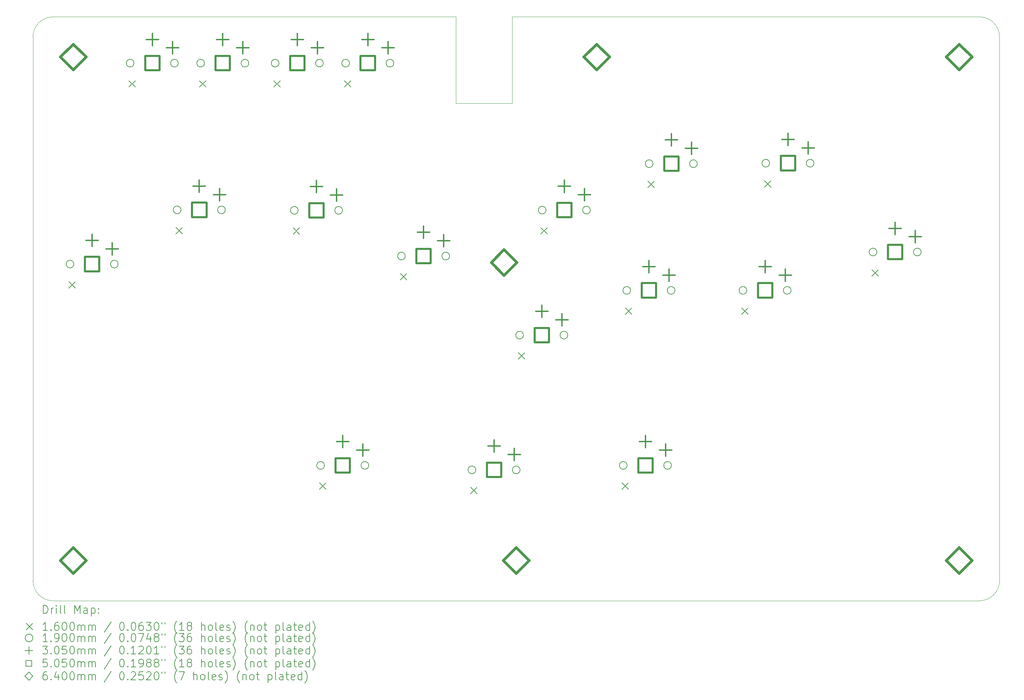
<source format=gbr>
%TF.GenerationSoftware,KiCad,Pcbnew,8.0.1*%
%TF.CreationDate,2024-04-24T00:07:42-04:00*%
%TF.ProjectId,leviathan,6c657669-6174-4686-916e-2e6b69636164,rev?*%
%TF.SameCoordinates,Original*%
%TF.FileFunction,Drillmap*%
%TF.FilePolarity,Positive*%
%FSLAX45Y45*%
G04 Gerber Fmt 4.5, Leading zero omitted, Abs format (unit mm)*
G04 Created by KiCad (PCBNEW 8.0.1) date 2024-04-24 00:07:42*
%MOMM*%
%LPD*%
G01*
G04 APERTURE LIST*
%ADD10C,0.050000*%
%ADD11C,0.200000*%
%ADD12C,0.160000*%
%ADD13C,0.190000*%
%ADD14C,0.305000*%
%ADD15C,0.505000*%
%ADD16C,0.640000*%
G04 APERTURE END LIST*
D10*
X16900000Y-2000000D02*
X28500000Y-2000000D01*
X15500000Y-2000000D02*
X15500000Y-4150000D01*
X28500000Y-2000000D02*
G75*
G02*
X29000000Y-2500000I0J-500000D01*
G01*
X16900000Y-4150000D02*
X16900000Y-2000000D01*
X5000000Y-2500000D02*
X5000000Y-16000000D01*
X5500000Y-16500000D02*
G75*
G02*
X5000000Y-16000000I0J500000D01*
G01*
X5000000Y-2500000D02*
G75*
G02*
X5500000Y-2000000I500000J0D01*
G01*
X5500000Y-2000000D02*
X15500000Y-2000000D01*
X29000000Y-16000000D02*
G75*
G02*
X28500000Y-16500000I-500000J0D01*
G01*
X29000000Y-2500000D02*
X29000000Y-16000000D01*
X5500000Y-16500000D02*
X28500000Y-16500000D01*
X15500000Y-4150000D02*
X16900000Y-4150000D01*
D11*
D12*
X5890500Y-8575000D02*
X6050500Y-8735000D01*
X6050500Y-8575000D02*
X5890500Y-8735000D01*
X7383750Y-3585000D02*
X7543750Y-3745000D01*
X7543750Y-3585000D02*
X7383750Y-3745000D01*
X8550500Y-7228000D02*
X8710500Y-7388000D01*
X8710500Y-7228000D02*
X8550500Y-7388000D01*
X9133750Y-3585000D02*
X9293750Y-3745000D01*
X9293750Y-3585000D02*
X9133750Y-3745000D01*
X10983650Y-3585000D02*
X11143650Y-3745000D01*
X11143650Y-3585000D02*
X10983650Y-3745000D01*
X11460000Y-7240000D02*
X11620000Y-7400000D01*
X11620000Y-7240000D02*
X11460000Y-7400000D01*
X12112000Y-13573000D02*
X12272000Y-13733000D01*
X12272000Y-13573000D02*
X12112000Y-13733000D01*
X12733750Y-3585000D02*
X12893750Y-3745000D01*
X12893750Y-3585000D02*
X12733750Y-3745000D01*
X14120000Y-8375000D02*
X14280000Y-8535000D01*
X14280000Y-8375000D02*
X14120000Y-8535000D01*
X15870000Y-13685000D02*
X16030000Y-13845000D01*
X16030000Y-13685000D02*
X15870000Y-13845000D01*
X17053000Y-10338000D02*
X17213000Y-10498000D01*
X17213000Y-10338000D02*
X17053000Y-10498000D01*
X17614000Y-7234000D02*
X17774000Y-7394000D01*
X17774000Y-7234000D02*
X17614000Y-7394000D01*
X19628000Y-13573000D02*
X19788000Y-13733000D01*
X19788000Y-13573000D02*
X19628000Y-13733000D01*
X19714000Y-9227000D02*
X19874000Y-9387000D01*
X19874000Y-9227000D02*
X19714000Y-9387000D01*
X20270000Y-6081000D02*
X20430000Y-6241000D01*
X20430000Y-6081000D02*
X20270000Y-6241000D01*
X22599000Y-9227000D02*
X22759000Y-9387000D01*
X22759000Y-9227000D02*
X22599000Y-9387000D01*
X23167000Y-6069000D02*
X23327000Y-6229000D01*
X23327000Y-6069000D02*
X23167000Y-6229000D01*
X25828625Y-8276008D02*
X25988625Y-8436008D01*
X25988625Y-8276008D02*
X25828625Y-8436008D01*
D13*
X6015500Y-8140000D02*
G75*
G02*
X5825500Y-8140000I-95000J0D01*
G01*
X5825500Y-8140000D02*
G75*
G02*
X6015500Y-8140000I95000J0D01*
G01*
X7115500Y-8140000D02*
G75*
G02*
X6925500Y-8140000I-95000J0D01*
G01*
X6925500Y-8140000D02*
G75*
G02*
X7115500Y-8140000I95000J0D01*
G01*
X7508750Y-3150000D02*
G75*
G02*
X7318750Y-3150000I-95000J0D01*
G01*
X7318750Y-3150000D02*
G75*
G02*
X7508750Y-3150000I95000J0D01*
G01*
X8608750Y-3150000D02*
G75*
G02*
X8418750Y-3150000I-95000J0D01*
G01*
X8418750Y-3150000D02*
G75*
G02*
X8608750Y-3150000I95000J0D01*
G01*
X8675500Y-6793000D02*
G75*
G02*
X8485500Y-6793000I-95000J0D01*
G01*
X8485500Y-6793000D02*
G75*
G02*
X8675500Y-6793000I95000J0D01*
G01*
X9258750Y-3150000D02*
G75*
G02*
X9068750Y-3150000I-95000J0D01*
G01*
X9068750Y-3150000D02*
G75*
G02*
X9258750Y-3150000I95000J0D01*
G01*
X9775500Y-6793000D02*
G75*
G02*
X9585500Y-6793000I-95000J0D01*
G01*
X9585500Y-6793000D02*
G75*
G02*
X9775500Y-6793000I95000J0D01*
G01*
X10358750Y-3150000D02*
G75*
G02*
X10168750Y-3150000I-95000J0D01*
G01*
X10168750Y-3150000D02*
G75*
G02*
X10358750Y-3150000I95000J0D01*
G01*
X11108650Y-3150000D02*
G75*
G02*
X10918650Y-3150000I-95000J0D01*
G01*
X10918650Y-3150000D02*
G75*
G02*
X11108650Y-3150000I95000J0D01*
G01*
X11585000Y-6805000D02*
G75*
G02*
X11395000Y-6805000I-95000J0D01*
G01*
X11395000Y-6805000D02*
G75*
G02*
X11585000Y-6805000I95000J0D01*
G01*
X12208650Y-3150000D02*
G75*
G02*
X12018650Y-3150000I-95000J0D01*
G01*
X12018650Y-3150000D02*
G75*
G02*
X12208650Y-3150000I95000J0D01*
G01*
X12237000Y-13138000D02*
G75*
G02*
X12047000Y-13138000I-95000J0D01*
G01*
X12047000Y-13138000D02*
G75*
G02*
X12237000Y-13138000I95000J0D01*
G01*
X12685000Y-6805000D02*
G75*
G02*
X12495000Y-6805000I-95000J0D01*
G01*
X12495000Y-6805000D02*
G75*
G02*
X12685000Y-6805000I95000J0D01*
G01*
X12858750Y-3150000D02*
G75*
G02*
X12668750Y-3150000I-95000J0D01*
G01*
X12668750Y-3150000D02*
G75*
G02*
X12858750Y-3150000I95000J0D01*
G01*
X13337000Y-13138000D02*
G75*
G02*
X13147000Y-13138000I-95000J0D01*
G01*
X13147000Y-13138000D02*
G75*
G02*
X13337000Y-13138000I95000J0D01*
G01*
X13958750Y-3150000D02*
G75*
G02*
X13768750Y-3150000I-95000J0D01*
G01*
X13768750Y-3150000D02*
G75*
G02*
X13958750Y-3150000I95000J0D01*
G01*
X14245000Y-7940000D02*
G75*
G02*
X14055000Y-7940000I-95000J0D01*
G01*
X14055000Y-7940000D02*
G75*
G02*
X14245000Y-7940000I95000J0D01*
G01*
X15345000Y-7940000D02*
G75*
G02*
X15155000Y-7940000I-95000J0D01*
G01*
X15155000Y-7940000D02*
G75*
G02*
X15345000Y-7940000I95000J0D01*
G01*
X15995000Y-13250000D02*
G75*
G02*
X15805000Y-13250000I-95000J0D01*
G01*
X15805000Y-13250000D02*
G75*
G02*
X15995000Y-13250000I95000J0D01*
G01*
X17095000Y-13250000D02*
G75*
G02*
X16905000Y-13250000I-95000J0D01*
G01*
X16905000Y-13250000D02*
G75*
G02*
X17095000Y-13250000I95000J0D01*
G01*
X17178000Y-9903000D02*
G75*
G02*
X16988000Y-9903000I-95000J0D01*
G01*
X16988000Y-9903000D02*
G75*
G02*
X17178000Y-9903000I95000J0D01*
G01*
X17739000Y-6799000D02*
G75*
G02*
X17549000Y-6799000I-95000J0D01*
G01*
X17549000Y-6799000D02*
G75*
G02*
X17739000Y-6799000I95000J0D01*
G01*
X18278000Y-9903000D02*
G75*
G02*
X18088000Y-9903000I-95000J0D01*
G01*
X18088000Y-9903000D02*
G75*
G02*
X18278000Y-9903000I95000J0D01*
G01*
X18839000Y-6799000D02*
G75*
G02*
X18649000Y-6799000I-95000J0D01*
G01*
X18649000Y-6799000D02*
G75*
G02*
X18839000Y-6799000I95000J0D01*
G01*
X19753000Y-13138000D02*
G75*
G02*
X19563000Y-13138000I-95000J0D01*
G01*
X19563000Y-13138000D02*
G75*
G02*
X19753000Y-13138000I95000J0D01*
G01*
X19839000Y-8792000D02*
G75*
G02*
X19649000Y-8792000I-95000J0D01*
G01*
X19649000Y-8792000D02*
G75*
G02*
X19839000Y-8792000I95000J0D01*
G01*
X20395000Y-5646000D02*
G75*
G02*
X20205000Y-5646000I-95000J0D01*
G01*
X20205000Y-5646000D02*
G75*
G02*
X20395000Y-5646000I95000J0D01*
G01*
X20853000Y-13138000D02*
G75*
G02*
X20663000Y-13138000I-95000J0D01*
G01*
X20663000Y-13138000D02*
G75*
G02*
X20853000Y-13138000I95000J0D01*
G01*
X20939000Y-8792000D02*
G75*
G02*
X20749000Y-8792000I-95000J0D01*
G01*
X20749000Y-8792000D02*
G75*
G02*
X20939000Y-8792000I95000J0D01*
G01*
X21495000Y-5646000D02*
G75*
G02*
X21305000Y-5646000I-95000J0D01*
G01*
X21305000Y-5646000D02*
G75*
G02*
X21495000Y-5646000I95000J0D01*
G01*
X22724000Y-8792000D02*
G75*
G02*
X22534000Y-8792000I-95000J0D01*
G01*
X22534000Y-8792000D02*
G75*
G02*
X22724000Y-8792000I95000J0D01*
G01*
X23292000Y-5634000D02*
G75*
G02*
X23102000Y-5634000I-95000J0D01*
G01*
X23102000Y-5634000D02*
G75*
G02*
X23292000Y-5634000I95000J0D01*
G01*
X23824000Y-8792000D02*
G75*
G02*
X23634000Y-8792000I-95000J0D01*
G01*
X23634000Y-8792000D02*
G75*
G02*
X23824000Y-8792000I95000J0D01*
G01*
X24392000Y-5634000D02*
G75*
G02*
X24202000Y-5634000I-95000J0D01*
G01*
X24202000Y-5634000D02*
G75*
G02*
X24392000Y-5634000I95000J0D01*
G01*
X25953625Y-7841008D02*
G75*
G02*
X25763625Y-7841008I-95000J0D01*
G01*
X25763625Y-7841008D02*
G75*
G02*
X25953625Y-7841008I95000J0D01*
G01*
X27053625Y-7841008D02*
G75*
G02*
X26863625Y-7841008I-95000J0D01*
G01*
X26863625Y-7841008D02*
G75*
G02*
X27053625Y-7841008I95000J0D01*
G01*
D14*
X6470500Y-7397500D02*
X6470500Y-7702500D01*
X6318000Y-7550000D02*
X6623000Y-7550000D01*
X6970500Y-7607500D02*
X6970500Y-7912500D01*
X6818000Y-7760000D02*
X7123000Y-7760000D01*
X7963750Y-2407500D02*
X7963750Y-2712500D01*
X7811250Y-2560000D02*
X8116250Y-2560000D01*
X8463750Y-2617500D02*
X8463750Y-2922500D01*
X8311250Y-2770000D02*
X8616250Y-2770000D01*
X9130500Y-6050500D02*
X9130500Y-6355500D01*
X8978000Y-6203000D02*
X9283000Y-6203000D01*
X9630500Y-6260500D02*
X9630500Y-6565500D01*
X9478000Y-6413000D02*
X9783000Y-6413000D01*
X9713750Y-2407500D02*
X9713750Y-2712500D01*
X9561250Y-2560000D02*
X9866250Y-2560000D01*
X10213750Y-2617500D02*
X10213750Y-2922500D01*
X10061250Y-2770000D02*
X10366250Y-2770000D01*
X11563650Y-2407500D02*
X11563650Y-2712500D01*
X11411150Y-2560000D02*
X11716150Y-2560000D01*
X12040000Y-6062500D02*
X12040000Y-6367500D01*
X11887500Y-6215000D02*
X12192500Y-6215000D01*
X12063650Y-2617500D02*
X12063650Y-2922500D01*
X11911150Y-2770000D02*
X12216150Y-2770000D01*
X12540000Y-6272500D02*
X12540000Y-6577500D01*
X12387500Y-6425000D02*
X12692500Y-6425000D01*
X12692000Y-12395500D02*
X12692000Y-12700500D01*
X12539500Y-12548000D02*
X12844500Y-12548000D01*
X13192000Y-12605500D02*
X13192000Y-12910500D01*
X13039500Y-12758000D02*
X13344500Y-12758000D01*
X13313750Y-2407500D02*
X13313750Y-2712500D01*
X13161250Y-2560000D02*
X13466250Y-2560000D01*
X13813750Y-2617500D02*
X13813750Y-2922500D01*
X13661250Y-2770000D02*
X13966250Y-2770000D01*
X14700000Y-7197500D02*
X14700000Y-7502500D01*
X14547500Y-7350000D02*
X14852500Y-7350000D01*
X15200000Y-7407500D02*
X15200000Y-7712500D01*
X15047500Y-7560000D02*
X15352500Y-7560000D01*
X16450000Y-12507500D02*
X16450000Y-12812500D01*
X16297500Y-12660000D02*
X16602500Y-12660000D01*
X16950000Y-12717500D02*
X16950000Y-13022500D01*
X16797500Y-12870000D02*
X17102500Y-12870000D01*
X17633000Y-9160500D02*
X17633000Y-9465500D01*
X17480500Y-9313000D02*
X17785500Y-9313000D01*
X18133000Y-9370500D02*
X18133000Y-9675500D01*
X17980500Y-9523000D02*
X18285500Y-9523000D01*
X18194000Y-6056500D02*
X18194000Y-6361500D01*
X18041500Y-6209000D02*
X18346500Y-6209000D01*
X18694000Y-6266500D02*
X18694000Y-6571500D01*
X18541500Y-6419000D02*
X18846500Y-6419000D01*
X20208000Y-12395500D02*
X20208000Y-12700500D01*
X20055500Y-12548000D02*
X20360500Y-12548000D01*
X20294000Y-8049500D02*
X20294000Y-8354500D01*
X20141500Y-8202000D02*
X20446500Y-8202000D01*
X20708000Y-12605500D02*
X20708000Y-12910500D01*
X20555500Y-12758000D02*
X20860500Y-12758000D01*
X20794000Y-8259500D02*
X20794000Y-8564500D01*
X20641500Y-8412000D02*
X20946500Y-8412000D01*
X20850000Y-4903500D02*
X20850000Y-5208500D01*
X20697500Y-5056000D02*
X21002500Y-5056000D01*
X21350000Y-5113500D02*
X21350000Y-5418500D01*
X21197500Y-5266000D02*
X21502500Y-5266000D01*
X23179000Y-8049500D02*
X23179000Y-8354500D01*
X23026500Y-8202000D02*
X23331500Y-8202000D01*
X23679000Y-8259500D02*
X23679000Y-8564500D01*
X23526500Y-8412000D02*
X23831500Y-8412000D01*
X23747000Y-4891500D02*
X23747000Y-5196500D01*
X23594500Y-5044000D02*
X23899500Y-5044000D01*
X24247000Y-5101500D02*
X24247000Y-5406500D01*
X24094500Y-5254000D02*
X24399500Y-5254000D01*
X26408625Y-7098508D02*
X26408625Y-7403508D01*
X26256125Y-7251008D02*
X26561125Y-7251008D01*
X26908625Y-7308508D02*
X26908625Y-7613508D01*
X26756125Y-7461008D02*
X27061125Y-7461008D01*
D15*
X6649046Y-8318546D02*
X6649046Y-7961454D01*
X6291954Y-7961454D01*
X6291954Y-8318546D01*
X6649046Y-8318546D01*
X8142296Y-3328546D02*
X8142296Y-2971454D01*
X7785204Y-2971454D01*
X7785204Y-3328546D01*
X8142296Y-3328546D01*
X9309046Y-6971546D02*
X9309046Y-6614454D01*
X8951954Y-6614454D01*
X8951954Y-6971546D01*
X9309046Y-6971546D01*
X9892296Y-3328546D02*
X9892296Y-2971454D01*
X9535204Y-2971454D01*
X9535204Y-3328546D01*
X9892296Y-3328546D01*
X11742196Y-3328546D02*
X11742196Y-2971454D01*
X11385104Y-2971454D01*
X11385104Y-3328546D01*
X11742196Y-3328546D01*
X12218546Y-6983546D02*
X12218546Y-6626454D01*
X11861454Y-6626454D01*
X11861454Y-6983546D01*
X12218546Y-6983546D01*
X12870546Y-13316546D02*
X12870546Y-12959454D01*
X12513454Y-12959454D01*
X12513454Y-13316546D01*
X12870546Y-13316546D01*
X13492296Y-3328546D02*
X13492296Y-2971454D01*
X13135204Y-2971454D01*
X13135204Y-3328546D01*
X13492296Y-3328546D01*
X14878546Y-8118546D02*
X14878546Y-7761454D01*
X14521454Y-7761454D01*
X14521454Y-8118546D01*
X14878546Y-8118546D01*
X16628546Y-13428546D02*
X16628546Y-13071454D01*
X16271454Y-13071454D01*
X16271454Y-13428546D01*
X16628546Y-13428546D01*
X17811546Y-10081546D02*
X17811546Y-9724454D01*
X17454454Y-9724454D01*
X17454454Y-10081546D01*
X17811546Y-10081546D01*
X18372546Y-6977546D02*
X18372546Y-6620454D01*
X18015454Y-6620454D01*
X18015454Y-6977546D01*
X18372546Y-6977546D01*
X20386546Y-13316546D02*
X20386546Y-12959454D01*
X20029454Y-12959454D01*
X20029454Y-13316546D01*
X20386546Y-13316546D01*
X20472546Y-8970546D02*
X20472546Y-8613454D01*
X20115454Y-8613454D01*
X20115454Y-8970546D01*
X20472546Y-8970546D01*
X21028546Y-5824546D02*
X21028546Y-5467454D01*
X20671454Y-5467454D01*
X20671454Y-5824546D01*
X21028546Y-5824546D01*
X23357546Y-8970546D02*
X23357546Y-8613454D01*
X23000454Y-8613454D01*
X23000454Y-8970546D01*
X23357546Y-8970546D01*
X23925546Y-5812546D02*
X23925546Y-5455454D01*
X23568454Y-5455454D01*
X23568454Y-5812546D01*
X23925546Y-5812546D01*
X26587172Y-8019554D02*
X26587172Y-7662462D01*
X26230079Y-7662462D01*
X26230079Y-8019554D01*
X26587172Y-8019554D01*
D16*
X6000000Y-3320000D02*
X6320000Y-3000000D01*
X6000000Y-2680000D01*
X5680000Y-3000000D01*
X6000000Y-3320000D01*
X6000000Y-15820000D02*
X6320000Y-15500000D01*
X6000000Y-15180000D01*
X5680000Y-15500000D01*
X6000000Y-15820000D01*
X16700000Y-8420000D02*
X17020000Y-8100000D01*
X16700000Y-7780000D01*
X16380000Y-8100000D01*
X16700000Y-8420000D01*
X17000000Y-15820000D02*
X17320000Y-15500000D01*
X17000000Y-15180000D01*
X16680000Y-15500000D01*
X17000000Y-15820000D01*
X19000000Y-3320000D02*
X19320000Y-3000000D01*
X19000000Y-2680000D01*
X18680000Y-3000000D01*
X19000000Y-3320000D01*
X28000000Y-3320000D02*
X28320000Y-3000000D01*
X28000000Y-2680000D01*
X27680000Y-3000000D01*
X28000000Y-3320000D01*
X28000000Y-15820000D02*
X28320000Y-15500000D01*
X28000000Y-15180000D01*
X27680000Y-15500000D01*
X28000000Y-15820000D01*
D11*
X5258277Y-16813984D02*
X5258277Y-16613984D01*
X5258277Y-16613984D02*
X5305896Y-16613984D01*
X5305896Y-16613984D02*
X5334467Y-16623508D01*
X5334467Y-16623508D02*
X5353515Y-16642555D01*
X5353515Y-16642555D02*
X5363039Y-16661603D01*
X5363039Y-16661603D02*
X5372563Y-16699698D01*
X5372563Y-16699698D02*
X5372563Y-16728269D01*
X5372563Y-16728269D02*
X5363039Y-16766365D01*
X5363039Y-16766365D02*
X5353515Y-16785412D01*
X5353515Y-16785412D02*
X5334467Y-16804460D01*
X5334467Y-16804460D02*
X5305896Y-16813984D01*
X5305896Y-16813984D02*
X5258277Y-16813984D01*
X5458277Y-16813984D02*
X5458277Y-16680650D01*
X5458277Y-16718746D02*
X5467801Y-16699698D01*
X5467801Y-16699698D02*
X5477324Y-16690174D01*
X5477324Y-16690174D02*
X5496372Y-16680650D01*
X5496372Y-16680650D02*
X5515420Y-16680650D01*
X5582086Y-16813984D02*
X5582086Y-16680650D01*
X5582086Y-16613984D02*
X5572563Y-16623508D01*
X5572563Y-16623508D02*
X5582086Y-16633031D01*
X5582086Y-16633031D02*
X5591610Y-16623508D01*
X5591610Y-16623508D02*
X5582086Y-16613984D01*
X5582086Y-16613984D02*
X5582086Y-16633031D01*
X5705896Y-16813984D02*
X5686848Y-16804460D01*
X5686848Y-16804460D02*
X5677324Y-16785412D01*
X5677324Y-16785412D02*
X5677324Y-16613984D01*
X5810658Y-16813984D02*
X5791610Y-16804460D01*
X5791610Y-16804460D02*
X5782086Y-16785412D01*
X5782086Y-16785412D02*
X5782086Y-16613984D01*
X6039229Y-16813984D02*
X6039229Y-16613984D01*
X6039229Y-16613984D02*
X6105896Y-16756841D01*
X6105896Y-16756841D02*
X6172562Y-16613984D01*
X6172562Y-16613984D02*
X6172562Y-16813984D01*
X6353515Y-16813984D02*
X6353515Y-16709222D01*
X6353515Y-16709222D02*
X6343991Y-16690174D01*
X6343991Y-16690174D02*
X6324943Y-16680650D01*
X6324943Y-16680650D02*
X6286848Y-16680650D01*
X6286848Y-16680650D02*
X6267801Y-16690174D01*
X6353515Y-16804460D02*
X6334467Y-16813984D01*
X6334467Y-16813984D02*
X6286848Y-16813984D01*
X6286848Y-16813984D02*
X6267801Y-16804460D01*
X6267801Y-16804460D02*
X6258277Y-16785412D01*
X6258277Y-16785412D02*
X6258277Y-16766365D01*
X6258277Y-16766365D02*
X6267801Y-16747317D01*
X6267801Y-16747317D02*
X6286848Y-16737793D01*
X6286848Y-16737793D02*
X6334467Y-16737793D01*
X6334467Y-16737793D02*
X6353515Y-16728269D01*
X6448753Y-16680650D02*
X6448753Y-16880650D01*
X6448753Y-16690174D02*
X6467801Y-16680650D01*
X6467801Y-16680650D02*
X6505896Y-16680650D01*
X6505896Y-16680650D02*
X6524943Y-16690174D01*
X6524943Y-16690174D02*
X6534467Y-16699698D01*
X6534467Y-16699698D02*
X6543991Y-16718746D01*
X6543991Y-16718746D02*
X6543991Y-16775888D01*
X6543991Y-16775888D02*
X6534467Y-16794936D01*
X6534467Y-16794936D02*
X6524943Y-16804460D01*
X6524943Y-16804460D02*
X6505896Y-16813984D01*
X6505896Y-16813984D02*
X6467801Y-16813984D01*
X6467801Y-16813984D02*
X6448753Y-16804460D01*
X6629705Y-16794936D02*
X6639229Y-16804460D01*
X6639229Y-16804460D02*
X6629705Y-16813984D01*
X6629705Y-16813984D02*
X6620182Y-16804460D01*
X6620182Y-16804460D02*
X6629705Y-16794936D01*
X6629705Y-16794936D02*
X6629705Y-16813984D01*
X6629705Y-16690174D02*
X6639229Y-16699698D01*
X6639229Y-16699698D02*
X6629705Y-16709222D01*
X6629705Y-16709222D02*
X6620182Y-16699698D01*
X6620182Y-16699698D02*
X6629705Y-16690174D01*
X6629705Y-16690174D02*
X6629705Y-16709222D01*
D12*
X4837500Y-17062500D02*
X4997500Y-17222500D01*
X4997500Y-17062500D02*
X4837500Y-17222500D01*
D11*
X5363039Y-17233984D02*
X5248753Y-17233984D01*
X5305896Y-17233984D02*
X5305896Y-17033984D01*
X5305896Y-17033984D02*
X5286848Y-17062555D01*
X5286848Y-17062555D02*
X5267801Y-17081603D01*
X5267801Y-17081603D02*
X5248753Y-17091127D01*
X5448753Y-17214936D02*
X5458277Y-17224460D01*
X5458277Y-17224460D02*
X5448753Y-17233984D01*
X5448753Y-17233984D02*
X5439229Y-17224460D01*
X5439229Y-17224460D02*
X5448753Y-17214936D01*
X5448753Y-17214936D02*
X5448753Y-17233984D01*
X5629705Y-17033984D02*
X5591610Y-17033984D01*
X5591610Y-17033984D02*
X5572563Y-17043508D01*
X5572563Y-17043508D02*
X5563039Y-17053031D01*
X5563039Y-17053031D02*
X5543991Y-17081603D01*
X5543991Y-17081603D02*
X5534467Y-17119698D01*
X5534467Y-17119698D02*
X5534467Y-17195889D01*
X5534467Y-17195889D02*
X5543991Y-17214936D01*
X5543991Y-17214936D02*
X5553515Y-17224460D01*
X5553515Y-17224460D02*
X5572563Y-17233984D01*
X5572563Y-17233984D02*
X5610658Y-17233984D01*
X5610658Y-17233984D02*
X5629705Y-17224460D01*
X5629705Y-17224460D02*
X5639229Y-17214936D01*
X5639229Y-17214936D02*
X5648753Y-17195889D01*
X5648753Y-17195889D02*
X5648753Y-17148270D01*
X5648753Y-17148270D02*
X5639229Y-17129222D01*
X5639229Y-17129222D02*
X5629705Y-17119698D01*
X5629705Y-17119698D02*
X5610658Y-17110174D01*
X5610658Y-17110174D02*
X5572563Y-17110174D01*
X5572563Y-17110174D02*
X5553515Y-17119698D01*
X5553515Y-17119698D02*
X5543991Y-17129222D01*
X5543991Y-17129222D02*
X5534467Y-17148270D01*
X5772562Y-17033984D02*
X5791610Y-17033984D01*
X5791610Y-17033984D02*
X5810658Y-17043508D01*
X5810658Y-17043508D02*
X5820182Y-17053031D01*
X5820182Y-17053031D02*
X5829705Y-17072079D01*
X5829705Y-17072079D02*
X5839229Y-17110174D01*
X5839229Y-17110174D02*
X5839229Y-17157793D01*
X5839229Y-17157793D02*
X5829705Y-17195889D01*
X5829705Y-17195889D02*
X5820182Y-17214936D01*
X5820182Y-17214936D02*
X5810658Y-17224460D01*
X5810658Y-17224460D02*
X5791610Y-17233984D01*
X5791610Y-17233984D02*
X5772562Y-17233984D01*
X5772562Y-17233984D02*
X5753515Y-17224460D01*
X5753515Y-17224460D02*
X5743991Y-17214936D01*
X5743991Y-17214936D02*
X5734467Y-17195889D01*
X5734467Y-17195889D02*
X5724943Y-17157793D01*
X5724943Y-17157793D02*
X5724943Y-17110174D01*
X5724943Y-17110174D02*
X5734467Y-17072079D01*
X5734467Y-17072079D02*
X5743991Y-17053031D01*
X5743991Y-17053031D02*
X5753515Y-17043508D01*
X5753515Y-17043508D02*
X5772562Y-17033984D01*
X5963039Y-17033984D02*
X5982086Y-17033984D01*
X5982086Y-17033984D02*
X6001134Y-17043508D01*
X6001134Y-17043508D02*
X6010658Y-17053031D01*
X6010658Y-17053031D02*
X6020182Y-17072079D01*
X6020182Y-17072079D02*
X6029705Y-17110174D01*
X6029705Y-17110174D02*
X6029705Y-17157793D01*
X6029705Y-17157793D02*
X6020182Y-17195889D01*
X6020182Y-17195889D02*
X6010658Y-17214936D01*
X6010658Y-17214936D02*
X6001134Y-17224460D01*
X6001134Y-17224460D02*
X5982086Y-17233984D01*
X5982086Y-17233984D02*
X5963039Y-17233984D01*
X5963039Y-17233984D02*
X5943991Y-17224460D01*
X5943991Y-17224460D02*
X5934467Y-17214936D01*
X5934467Y-17214936D02*
X5924943Y-17195889D01*
X5924943Y-17195889D02*
X5915420Y-17157793D01*
X5915420Y-17157793D02*
X5915420Y-17110174D01*
X5915420Y-17110174D02*
X5924943Y-17072079D01*
X5924943Y-17072079D02*
X5934467Y-17053031D01*
X5934467Y-17053031D02*
X5943991Y-17043508D01*
X5943991Y-17043508D02*
X5963039Y-17033984D01*
X6115420Y-17233984D02*
X6115420Y-17100650D01*
X6115420Y-17119698D02*
X6124943Y-17110174D01*
X6124943Y-17110174D02*
X6143991Y-17100650D01*
X6143991Y-17100650D02*
X6172563Y-17100650D01*
X6172563Y-17100650D02*
X6191610Y-17110174D01*
X6191610Y-17110174D02*
X6201134Y-17129222D01*
X6201134Y-17129222D02*
X6201134Y-17233984D01*
X6201134Y-17129222D02*
X6210658Y-17110174D01*
X6210658Y-17110174D02*
X6229705Y-17100650D01*
X6229705Y-17100650D02*
X6258277Y-17100650D01*
X6258277Y-17100650D02*
X6277324Y-17110174D01*
X6277324Y-17110174D02*
X6286848Y-17129222D01*
X6286848Y-17129222D02*
X6286848Y-17233984D01*
X6382086Y-17233984D02*
X6382086Y-17100650D01*
X6382086Y-17119698D02*
X6391610Y-17110174D01*
X6391610Y-17110174D02*
X6410658Y-17100650D01*
X6410658Y-17100650D02*
X6439229Y-17100650D01*
X6439229Y-17100650D02*
X6458277Y-17110174D01*
X6458277Y-17110174D02*
X6467801Y-17129222D01*
X6467801Y-17129222D02*
X6467801Y-17233984D01*
X6467801Y-17129222D02*
X6477324Y-17110174D01*
X6477324Y-17110174D02*
X6496372Y-17100650D01*
X6496372Y-17100650D02*
X6524943Y-17100650D01*
X6524943Y-17100650D02*
X6543991Y-17110174D01*
X6543991Y-17110174D02*
X6553515Y-17129222D01*
X6553515Y-17129222D02*
X6553515Y-17233984D01*
X6943991Y-17024460D02*
X6772563Y-17281603D01*
X7201134Y-17033984D02*
X7220182Y-17033984D01*
X7220182Y-17033984D02*
X7239229Y-17043508D01*
X7239229Y-17043508D02*
X7248753Y-17053031D01*
X7248753Y-17053031D02*
X7258277Y-17072079D01*
X7258277Y-17072079D02*
X7267801Y-17110174D01*
X7267801Y-17110174D02*
X7267801Y-17157793D01*
X7267801Y-17157793D02*
X7258277Y-17195889D01*
X7258277Y-17195889D02*
X7248753Y-17214936D01*
X7248753Y-17214936D02*
X7239229Y-17224460D01*
X7239229Y-17224460D02*
X7220182Y-17233984D01*
X7220182Y-17233984D02*
X7201134Y-17233984D01*
X7201134Y-17233984D02*
X7182086Y-17224460D01*
X7182086Y-17224460D02*
X7172563Y-17214936D01*
X7172563Y-17214936D02*
X7163039Y-17195889D01*
X7163039Y-17195889D02*
X7153515Y-17157793D01*
X7153515Y-17157793D02*
X7153515Y-17110174D01*
X7153515Y-17110174D02*
X7163039Y-17072079D01*
X7163039Y-17072079D02*
X7172563Y-17053031D01*
X7172563Y-17053031D02*
X7182086Y-17043508D01*
X7182086Y-17043508D02*
X7201134Y-17033984D01*
X7353515Y-17214936D02*
X7363039Y-17224460D01*
X7363039Y-17224460D02*
X7353515Y-17233984D01*
X7353515Y-17233984D02*
X7343991Y-17224460D01*
X7343991Y-17224460D02*
X7353515Y-17214936D01*
X7353515Y-17214936D02*
X7353515Y-17233984D01*
X7486848Y-17033984D02*
X7505896Y-17033984D01*
X7505896Y-17033984D02*
X7524944Y-17043508D01*
X7524944Y-17043508D02*
X7534467Y-17053031D01*
X7534467Y-17053031D02*
X7543991Y-17072079D01*
X7543991Y-17072079D02*
X7553515Y-17110174D01*
X7553515Y-17110174D02*
X7553515Y-17157793D01*
X7553515Y-17157793D02*
X7543991Y-17195889D01*
X7543991Y-17195889D02*
X7534467Y-17214936D01*
X7534467Y-17214936D02*
X7524944Y-17224460D01*
X7524944Y-17224460D02*
X7505896Y-17233984D01*
X7505896Y-17233984D02*
X7486848Y-17233984D01*
X7486848Y-17233984D02*
X7467801Y-17224460D01*
X7467801Y-17224460D02*
X7458277Y-17214936D01*
X7458277Y-17214936D02*
X7448753Y-17195889D01*
X7448753Y-17195889D02*
X7439229Y-17157793D01*
X7439229Y-17157793D02*
X7439229Y-17110174D01*
X7439229Y-17110174D02*
X7448753Y-17072079D01*
X7448753Y-17072079D02*
X7458277Y-17053031D01*
X7458277Y-17053031D02*
X7467801Y-17043508D01*
X7467801Y-17043508D02*
X7486848Y-17033984D01*
X7724944Y-17033984D02*
X7686848Y-17033984D01*
X7686848Y-17033984D02*
X7667801Y-17043508D01*
X7667801Y-17043508D02*
X7658277Y-17053031D01*
X7658277Y-17053031D02*
X7639229Y-17081603D01*
X7639229Y-17081603D02*
X7629706Y-17119698D01*
X7629706Y-17119698D02*
X7629706Y-17195889D01*
X7629706Y-17195889D02*
X7639229Y-17214936D01*
X7639229Y-17214936D02*
X7648753Y-17224460D01*
X7648753Y-17224460D02*
X7667801Y-17233984D01*
X7667801Y-17233984D02*
X7705896Y-17233984D01*
X7705896Y-17233984D02*
X7724944Y-17224460D01*
X7724944Y-17224460D02*
X7734467Y-17214936D01*
X7734467Y-17214936D02*
X7743991Y-17195889D01*
X7743991Y-17195889D02*
X7743991Y-17148270D01*
X7743991Y-17148270D02*
X7734467Y-17129222D01*
X7734467Y-17129222D02*
X7724944Y-17119698D01*
X7724944Y-17119698D02*
X7705896Y-17110174D01*
X7705896Y-17110174D02*
X7667801Y-17110174D01*
X7667801Y-17110174D02*
X7648753Y-17119698D01*
X7648753Y-17119698D02*
X7639229Y-17129222D01*
X7639229Y-17129222D02*
X7629706Y-17148270D01*
X7810658Y-17033984D02*
X7934467Y-17033984D01*
X7934467Y-17033984D02*
X7867801Y-17110174D01*
X7867801Y-17110174D02*
X7896372Y-17110174D01*
X7896372Y-17110174D02*
X7915420Y-17119698D01*
X7915420Y-17119698D02*
X7924944Y-17129222D01*
X7924944Y-17129222D02*
X7934467Y-17148270D01*
X7934467Y-17148270D02*
X7934467Y-17195889D01*
X7934467Y-17195889D02*
X7924944Y-17214936D01*
X7924944Y-17214936D02*
X7915420Y-17224460D01*
X7915420Y-17224460D02*
X7896372Y-17233984D01*
X7896372Y-17233984D02*
X7839229Y-17233984D01*
X7839229Y-17233984D02*
X7820182Y-17224460D01*
X7820182Y-17224460D02*
X7810658Y-17214936D01*
X8058277Y-17033984D02*
X8077325Y-17033984D01*
X8077325Y-17033984D02*
X8096372Y-17043508D01*
X8096372Y-17043508D02*
X8105896Y-17053031D01*
X8105896Y-17053031D02*
X8115420Y-17072079D01*
X8115420Y-17072079D02*
X8124944Y-17110174D01*
X8124944Y-17110174D02*
X8124944Y-17157793D01*
X8124944Y-17157793D02*
X8115420Y-17195889D01*
X8115420Y-17195889D02*
X8105896Y-17214936D01*
X8105896Y-17214936D02*
X8096372Y-17224460D01*
X8096372Y-17224460D02*
X8077325Y-17233984D01*
X8077325Y-17233984D02*
X8058277Y-17233984D01*
X8058277Y-17233984D02*
X8039229Y-17224460D01*
X8039229Y-17224460D02*
X8029706Y-17214936D01*
X8029706Y-17214936D02*
X8020182Y-17195889D01*
X8020182Y-17195889D02*
X8010658Y-17157793D01*
X8010658Y-17157793D02*
X8010658Y-17110174D01*
X8010658Y-17110174D02*
X8020182Y-17072079D01*
X8020182Y-17072079D02*
X8029706Y-17053031D01*
X8029706Y-17053031D02*
X8039229Y-17043508D01*
X8039229Y-17043508D02*
X8058277Y-17033984D01*
X8201134Y-17033984D02*
X8201134Y-17072079D01*
X8277325Y-17033984D02*
X8277325Y-17072079D01*
X8572563Y-17310174D02*
X8563039Y-17300650D01*
X8563039Y-17300650D02*
X8543991Y-17272079D01*
X8543991Y-17272079D02*
X8534468Y-17253031D01*
X8534468Y-17253031D02*
X8524944Y-17224460D01*
X8524944Y-17224460D02*
X8515420Y-17176841D01*
X8515420Y-17176841D02*
X8515420Y-17138746D01*
X8515420Y-17138746D02*
X8524944Y-17091127D01*
X8524944Y-17091127D02*
X8534468Y-17062555D01*
X8534468Y-17062555D02*
X8543991Y-17043508D01*
X8543991Y-17043508D02*
X8563039Y-17014936D01*
X8563039Y-17014936D02*
X8572563Y-17005412D01*
X8753515Y-17233984D02*
X8639230Y-17233984D01*
X8696372Y-17233984D02*
X8696372Y-17033984D01*
X8696372Y-17033984D02*
X8677325Y-17062555D01*
X8677325Y-17062555D02*
X8658277Y-17081603D01*
X8658277Y-17081603D02*
X8639230Y-17091127D01*
X8867801Y-17119698D02*
X8848753Y-17110174D01*
X8848753Y-17110174D02*
X8839230Y-17100650D01*
X8839230Y-17100650D02*
X8829706Y-17081603D01*
X8829706Y-17081603D02*
X8829706Y-17072079D01*
X8829706Y-17072079D02*
X8839230Y-17053031D01*
X8839230Y-17053031D02*
X8848753Y-17043508D01*
X8848753Y-17043508D02*
X8867801Y-17033984D01*
X8867801Y-17033984D02*
X8905896Y-17033984D01*
X8905896Y-17033984D02*
X8924944Y-17043508D01*
X8924944Y-17043508D02*
X8934468Y-17053031D01*
X8934468Y-17053031D02*
X8943991Y-17072079D01*
X8943991Y-17072079D02*
X8943991Y-17081603D01*
X8943991Y-17081603D02*
X8934468Y-17100650D01*
X8934468Y-17100650D02*
X8924944Y-17110174D01*
X8924944Y-17110174D02*
X8905896Y-17119698D01*
X8905896Y-17119698D02*
X8867801Y-17119698D01*
X8867801Y-17119698D02*
X8848753Y-17129222D01*
X8848753Y-17129222D02*
X8839230Y-17138746D01*
X8839230Y-17138746D02*
X8829706Y-17157793D01*
X8829706Y-17157793D02*
X8829706Y-17195889D01*
X8829706Y-17195889D02*
X8839230Y-17214936D01*
X8839230Y-17214936D02*
X8848753Y-17224460D01*
X8848753Y-17224460D02*
X8867801Y-17233984D01*
X8867801Y-17233984D02*
X8905896Y-17233984D01*
X8905896Y-17233984D02*
X8924944Y-17224460D01*
X8924944Y-17224460D02*
X8934468Y-17214936D01*
X8934468Y-17214936D02*
X8943991Y-17195889D01*
X8943991Y-17195889D02*
X8943991Y-17157793D01*
X8943991Y-17157793D02*
X8934468Y-17138746D01*
X8934468Y-17138746D02*
X8924944Y-17129222D01*
X8924944Y-17129222D02*
X8905896Y-17119698D01*
X9182087Y-17233984D02*
X9182087Y-17033984D01*
X9267801Y-17233984D02*
X9267801Y-17129222D01*
X9267801Y-17129222D02*
X9258277Y-17110174D01*
X9258277Y-17110174D02*
X9239230Y-17100650D01*
X9239230Y-17100650D02*
X9210658Y-17100650D01*
X9210658Y-17100650D02*
X9191611Y-17110174D01*
X9191611Y-17110174D02*
X9182087Y-17119698D01*
X9391611Y-17233984D02*
X9372563Y-17224460D01*
X9372563Y-17224460D02*
X9363039Y-17214936D01*
X9363039Y-17214936D02*
X9353515Y-17195889D01*
X9353515Y-17195889D02*
X9353515Y-17138746D01*
X9353515Y-17138746D02*
X9363039Y-17119698D01*
X9363039Y-17119698D02*
X9372563Y-17110174D01*
X9372563Y-17110174D02*
X9391611Y-17100650D01*
X9391611Y-17100650D02*
X9420182Y-17100650D01*
X9420182Y-17100650D02*
X9439230Y-17110174D01*
X9439230Y-17110174D02*
X9448753Y-17119698D01*
X9448753Y-17119698D02*
X9458277Y-17138746D01*
X9458277Y-17138746D02*
X9458277Y-17195889D01*
X9458277Y-17195889D02*
X9448753Y-17214936D01*
X9448753Y-17214936D02*
X9439230Y-17224460D01*
X9439230Y-17224460D02*
X9420182Y-17233984D01*
X9420182Y-17233984D02*
X9391611Y-17233984D01*
X9572563Y-17233984D02*
X9553515Y-17224460D01*
X9553515Y-17224460D02*
X9543992Y-17205412D01*
X9543992Y-17205412D02*
X9543992Y-17033984D01*
X9724944Y-17224460D02*
X9705896Y-17233984D01*
X9705896Y-17233984D02*
X9667801Y-17233984D01*
X9667801Y-17233984D02*
X9648753Y-17224460D01*
X9648753Y-17224460D02*
X9639230Y-17205412D01*
X9639230Y-17205412D02*
X9639230Y-17129222D01*
X9639230Y-17129222D02*
X9648753Y-17110174D01*
X9648753Y-17110174D02*
X9667801Y-17100650D01*
X9667801Y-17100650D02*
X9705896Y-17100650D01*
X9705896Y-17100650D02*
X9724944Y-17110174D01*
X9724944Y-17110174D02*
X9734468Y-17129222D01*
X9734468Y-17129222D02*
X9734468Y-17148270D01*
X9734468Y-17148270D02*
X9639230Y-17167317D01*
X9810658Y-17224460D02*
X9829706Y-17233984D01*
X9829706Y-17233984D02*
X9867801Y-17233984D01*
X9867801Y-17233984D02*
X9886849Y-17224460D01*
X9886849Y-17224460D02*
X9896373Y-17205412D01*
X9896373Y-17205412D02*
X9896373Y-17195889D01*
X9896373Y-17195889D02*
X9886849Y-17176841D01*
X9886849Y-17176841D02*
X9867801Y-17167317D01*
X9867801Y-17167317D02*
X9839230Y-17167317D01*
X9839230Y-17167317D02*
X9820182Y-17157793D01*
X9820182Y-17157793D02*
X9810658Y-17138746D01*
X9810658Y-17138746D02*
X9810658Y-17129222D01*
X9810658Y-17129222D02*
X9820182Y-17110174D01*
X9820182Y-17110174D02*
X9839230Y-17100650D01*
X9839230Y-17100650D02*
X9867801Y-17100650D01*
X9867801Y-17100650D02*
X9886849Y-17110174D01*
X9963039Y-17310174D02*
X9972563Y-17300650D01*
X9972563Y-17300650D02*
X9991611Y-17272079D01*
X9991611Y-17272079D02*
X10001134Y-17253031D01*
X10001134Y-17253031D02*
X10010658Y-17224460D01*
X10010658Y-17224460D02*
X10020182Y-17176841D01*
X10020182Y-17176841D02*
X10020182Y-17138746D01*
X10020182Y-17138746D02*
X10010658Y-17091127D01*
X10010658Y-17091127D02*
X10001134Y-17062555D01*
X10001134Y-17062555D02*
X9991611Y-17043508D01*
X9991611Y-17043508D02*
X9972563Y-17014936D01*
X9972563Y-17014936D02*
X9963039Y-17005412D01*
X10324944Y-17310174D02*
X10315420Y-17300650D01*
X10315420Y-17300650D02*
X10296373Y-17272079D01*
X10296373Y-17272079D02*
X10286849Y-17253031D01*
X10286849Y-17253031D02*
X10277325Y-17224460D01*
X10277325Y-17224460D02*
X10267801Y-17176841D01*
X10267801Y-17176841D02*
X10267801Y-17138746D01*
X10267801Y-17138746D02*
X10277325Y-17091127D01*
X10277325Y-17091127D02*
X10286849Y-17062555D01*
X10286849Y-17062555D02*
X10296373Y-17043508D01*
X10296373Y-17043508D02*
X10315420Y-17014936D01*
X10315420Y-17014936D02*
X10324944Y-17005412D01*
X10401134Y-17100650D02*
X10401134Y-17233984D01*
X10401134Y-17119698D02*
X10410658Y-17110174D01*
X10410658Y-17110174D02*
X10429706Y-17100650D01*
X10429706Y-17100650D02*
X10458277Y-17100650D01*
X10458277Y-17100650D02*
X10477325Y-17110174D01*
X10477325Y-17110174D02*
X10486849Y-17129222D01*
X10486849Y-17129222D02*
X10486849Y-17233984D01*
X10610658Y-17233984D02*
X10591611Y-17224460D01*
X10591611Y-17224460D02*
X10582087Y-17214936D01*
X10582087Y-17214936D02*
X10572563Y-17195889D01*
X10572563Y-17195889D02*
X10572563Y-17138746D01*
X10572563Y-17138746D02*
X10582087Y-17119698D01*
X10582087Y-17119698D02*
X10591611Y-17110174D01*
X10591611Y-17110174D02*
X10610658Y-17100650D01*
X10610658Y-17100650D02*
X10639230Y-17100650D01*
X10639230Y-17100650D02*
X10658277Y-17110174D01*
X10658277Y-17110174D02*
X10667801Y-17119698D01*
X10667801Y-17119698D02*
X10677325Y-17138746D01*
X10677325Y-17138746D02*
X10677325Y-17195889D01*
X10677325Y-17195889D02*
X10667801Y-17214936D01*
X10667801Y-17214936D02*
X10658277Y-17224460D01*
X10658277Y-17224460D02*
X10639230Y-17233984D01*
X10639230Y-17233984D02*
X10610658Y-17233984D01*
X10734468Y-17100650D02*
X10810658Y-17100650D01*
X10763039Y-17033984D02*
X10763039Y-17205412D01*
X10763039Y-17205412D02*
X10772563Y-17224460D01*
X10772563Y-17224460D02*
X10791611Y-17233984D01*
X10791611Y-17233984D02*
X10810658Y-17233984D01*
X11029706Y-17100650D02*
X11029706Y-17300650D01*
X11029706Y-17110174D02*
X11048754Y-17100650D01*
X11048754Y-17100650D02*
X11086849Y-17100650D01*
X11086849Y-17100650D02*
X11105896Y-17110174D01*
X11105896Y-17110174D02*
X11115420Y-17119698D01*
X11115420Y-17119698D02*
X11124944Y-17138746D01*
X11124944Y-17138746D02*
X11124944Y-17195889D01*
X11124944Y-17195889D02*
X11115420Y-17214936D01*
X11115420Y-17214936D02*
X11105896Y-17224460D01*
X11105896Y-17224460D02*
X11086849Y-17233984D01*
X11086849Y-17233984D02*
X11048754Y-17233984D01*
X11048754Y-17233984D02*
X11029706Y-17224460D01*
X11239230Y-17233984D02*
X11220182Y-17224460D01*
X11220182Y-17224460D02*
X11210658Y-17205412D01*
X11210658Y-17205412D02*
X11210658Y-17033984D01*
X11401134Y-17233984D02*
X11401134Y-17129222D01*
X11401134Y-17129222D02*
X11391611Y-17110174D01*
X11391611Y-17110174D02*
X11372563Y-17100650D01*
X11372563Y-17100650D02*
X11334468Y-17100650D01*
X11334468Y-17100650D02*
X11315420Y-17110174D01*
X11401134Y-17224460D02*
X11382087Y-17233984D01*
X11382087Y-17233984D02*
X11334468Y-17233984D01*
X11334468Y-17233984D02*
X11315420Y-17224460D01*
X11315420Y-17224460D02*
X11305896Y-17205412D01*
X11305896Y-17205412D02*
X11305896Y-17186365D01*
X11305896Y-17186365D02*
X11315420Y-17167317D01*
X11315420Y-17167317D02*
X11334468Y-17157793D01*
X11334468Y-17157793D02*
X11382087Y-17157793D01*
X11382087Y-17157793D02*
X11401134Y-17148270D01*
X11467801Y-17100650D02*
X11543992Y-17100650D01*
X11496373Y-17033984D02*
X11496373Y-17205412D01*
X11496373Y-17205412D02*
X11505896Y-17224460D01*
X11505896Y-17224460D02*
X11524944Y-17233984D01*
X11524944Y-17233984D02*
X11543992Y-17233984D01*
X11686849Y-17224460D02*
X11667801Y-17233984D01*
X11667801Y-17233984D02*
X11629706Y-17233984D01*
X11629706Y-17233984D02*
X11610658Y-17224460D01*
X11610658Y-17224460D02*
X11601134Y-17205412D01*
X11601134Y-17205412D02*
X11601134Y-17129222D01*
X11601134Y-17129222D02*
X11610658Y-17110174D01*
X11610658Y-17110174D02*
X11629706Y-17100650D01*
X11629706Y-17100650D02*
X11667801Y-17100650D01*
X11667801Y-17100650D02*
X11686849Y-17110174D01*
X11686849Y-17110174D02*
X11696373Y-17129222D01*
X11696373Y-17129222D02*
X11696373Y-17148270D01*
X11696373Y-17148270D02*
X11601134Y-17167317D01*
X11867801Y-17233984D02*
X11867801Y-17033984D01*
X11867801Y-17224460D02*
X11848754Y-17233984D01*
X11848754Y-17233984D02*
X11810658Y-17233984D01*
X11810658Y-17233984D02*
X11791611Y-17224460D01*
X11791611Y-17224460D02*
X11782087Y-17214936D01*
X11782087Y-17214936D02*
X11772563Y-17195889D01*
X11772563Y-17195889D02*
X11772563Y-17138746D01*
X11772563Y-17138746D02*
X11782087Y-17119698D01*
X11782087Y-17119698D02*
X11791611Y-17110174D01*
X11791611Y-17110174D02*
X11810658Y-17100650D01*
X11810658Y-17100650D02*
X11848754Y-17100650D01*
X11848754Y-17100650D02*
X11867801Y-17110174D01*
X11943992Y-17310174D02*
X11953515Y-17300650D01*
X11953515Y-17300650D02*
X11972563Y-17272079D01*
X11972563Y-17272079D02*
X11982087Y-17253031D01*
X11982087Y-17253031D02*
X11991611Y-17224460D01*
X11991611Y-17224460D02*
X12001134Y-17176841D01*
X12001134Y-17176841D02*
X12001134Y-17138746D01*
X12001134Y-17138746D02*
X11991611Y-17091127D01*
X11991611Y-17091127D02*
X11982087Y-17062555D01*
X11982087Y-17062555D02*
X11972563Y-17043508D01*
X11972563Y-17043508D02*
X11953515Y-17014936D01*
X11953515Y-17014936D02*
X11943992Y-17005412D01*
D13*
X4997500Y-17422500D02*
G75*
G02*
X4807500Y-17422500I-95000J0D01*
G01*
X4807500Y-17422500D02*
G75*
G02*
X4997500Y-17422500I95000J0D01*
G01*
D11*
X5363039Y-17513984D02*
X5248753Y-17513984D01*
X5305896Y-17513984D02*
X5305896Y-17313984D01*
X5305896Y-17313984D02*
X5286848Y-17342555D01*
X5286848Y-17342555D02*
X5267801Y-17361603D01*
X5267801Y-17361603D02*
X5248753Y-17371127D01*
X5448753Y-17494936D02*
X5458277Y-17504460D01*
X5458277Y-17504460D02*
X5448753Y-17513984D01*
X5448753Y-17513984D02*
X5439229Y-17504460D01*
X5439229Y-17504460D02*
X5448753Y-17494936D01*
X5448753Y-17494936D02*
X5448753Y-17513984D01*
X5553515Y-17513984D02*
X5591610Y-17513984D01*
X5591610Y-17513984D02*
X5610658Y-17504460D01*
X5610658Y-17504460D02*
X5620182Y-17494936D01*
X5620182Y-17494936D02*
X5639229Y-17466365D01*
X5639229Y-17466365D02*
X5648753Y-17428270D01*
X5648753Y-17428270D02*
X5648753Y-17352079D01*
X5648753Y-17352079D02*
X5639229Y-17333031D01*
X5639229Y-17333031D02*
X5629705Y-17323508D01*
X5629705Y-17323508D02*
X5610658Y-17313984D01*
X5610658Y-17313984D02*
X5572563Y-17313984D01*
X5572563Y-17313984D02*
X5553515Y-17323508D01*
X5553515Y-17323508D02*
X5543991Y-17333031D01*
X5543991Y-17333031D02*
X5534467Y-17352079D01*
X5534467Y-17352079D02*
X5534467Y-17399698D01*
X5534467Y-17399698D02*
X5543991Y-17418746D01*
X5543991Y-17418746D02*
X5553515Y-17428270D01*
X5553515Y-17428270D02*
X5572563Y-17437793D01*
X5572563Y-17437793D02*
X5610658Y-17437793D01*
X5610658Y-17437793D02*
X5629705Y-17428270D01*
X5629705Y-17428270D02*
X5639229Y-17418746D01*
X5639229Y-17418746D02*
X5648753Y-17399698D01*
X5772562Y-17313984D02*
X5791610Y-17313984D01*
X5791610Y-17313984D02*
X5810658Y-17323508D01*
X5810658Y-17323508D02*
X5820182Y-17333031D01*
X5820182Y-17333031D02*
X5829705Y-17352079D01*
X5829705Y-17352079D02*
X5839229Y-17390174D01*
X5839229Y-17390174D02*
X5839229Y-17437793D01*
X5839229Y-17437793D02*
X5829705Y-17475889D01*
X5829705Y-17475889D02*
X5820182Y-17494936D01*
X5820182Y-17494936D02*
X5810658Y-17504460D01*
X5810658Y-17504460D02*
X5791610Y-17513984D01*
X5791610Y-17513984D02*
X5772562Y-17513984D01*
X5772562Y-17513984D02*
X5753515Y-17504460D01*
X5753515Y-17504460D02*
X5743991Y-17494936D01*
X5743991Y-17494936D02*
X5734467Y-17475889D01*
X5734467Y-17475889D02*
X5724943Y-17437793D01*
X5724943Y-17437793D02*
X5724943Y-17390174D01*
X5724943Y-17390174D02*
X5734467Y-17352079D01*
X5734467Y-17352079D02*
X5743991Y-17333031D01*
X5743991Y-17333031D02*
X5753515Y-17323508D01*
X5753515Y-17323508D02*
X5772562Y-17313984D01*
X5963039Y-17313984D02*
X5982086Y-17313984D01*
X5982086Y-17313984D02*
X6001134Y-17323508D01*
X6001134Y-17323508D02*
X6010658Y-17333031D01*
X6010658Y-17333031D02*
X6020182Y-17352079D01*
X6020182Y-17352079D02*
X6029705Y-17390174D01*
X6029705Y-17390174D02*
X6029705Y-17437793D01*
X6029705Y-17437793D02*
X6020182Y-17475889D01*
X6020182Y-17475889D02*
X6010658Y-17494936D01*
X6010658Y-17494936D02*
X6001134Y-17504460D01*
X6001134Y-17504460D02*
X5982086Y-17513984D01*
X5982086Y-17513984D02*
X5963039Y-17513984D01*
X5963039Y-17513984D02*
X5943991Y-17504460D01*
X5943991Y-17504460D02*
X5934467Y-17494936D01*
X5934467Y-17494936D02*
X5924943Y-17475889D01*
X5924943Y-17475889D02*
X5915420Y-17437793D01*
X5915420Y-17437793D02*
X5915420Y-17390174D01*
X5915420Y-17390174D02*
X5924943Y-17352079D01*
X5924943Y-17352079D02*
X5934467Y-17333031D01*
X5934467Y-17333031D02*
X5943991Y-17323508D01*
X5943991Y-17323508D02*
X5963039Y-17313984D01*
X6115420Y-17513984D02*
X6115420Y-17380650D01*
X6115420Y-17399698D02*
X6124943Y-17390174D01*
X6124943Y-17390174D02*
X6143991Y-17380650D01*
X6143991Y-17380650D02*
X6172563Y-17380650D01*
X6172563Y-17380650D02*
X6191610Y-17390174D01*
X6191610Y-17390174D02*
X6201134Y-17409222D01*
X6201134Y-17409222D02*
X6201134Y-17513984D01*
X6201134Y-17409222D02*
X6210658Y-17390174D01*
X6210658Y-17390174D02*
X6229705Y-17380650D01*
X6229705Y-17380650D02*
X6258277Y-17380650D01*
X6258277Y-17380650D02*
X6277324Y-17390174D01*
X6277324Y-17390174D02*
X6286848Y-17409222D01*
X6286848Y-17409222D02*
X6286848Y-17513984D01*
X6382086Y-17513984D02*
X6382086Y-17380650D01*
X6382086Y-17399698D02*
X6391610Y-17390174D01*
X6391610Y-17390174D02*
X6410658Y-17380650D01*
X6410658Y-17380650D02*
X6439229Y-17380650D01*
X6439229Y-17380650D02*
X6458277Y-17390174D01*
X6458277Y-17390174D02*
X6467801Y-17409222D01*
X6467801Y-17409222D02*
X6467801Y-17513984D01*
X6467801Y-17409222D02*
X6477324Y-17390174D01*
X6477324Y-17390174D02*
X6496372Y-17380650D01*
X6496372Y-17380650D02*
X6524943Y-17380650D01*
X6524943Y-17380650D02*
X6543991Y-17390174D01*
X6543991Y-17390174D02*
X6553515Y-17409222D01*
X6553515Y-17409222D02*
X6553515Y-17513984D01*
X6943991Y-17304460D02*
X6772563Y-17561603D01*
X7201134Y-17313984D02*
X7220182Y-17313984D01*
X7220182Y-17313984D02*
X7239229Y-17323508D01*
X7239229Y-17323508D02*
X7248753Y-17333031D01*
X7248753Y-17333031D02*
X7258277Y-17352079D01*
X7258277Y-17352079D02*
X7267801Y-17390174D01*
X7267801Y-17390174D02*
X7267801Y-17437793D01*
X7267801Y-17437793D02*
X7258277Y-17475889D01*
X7258277Y-17475889D02*
X7248753Y-17494936D01*
X7248753Y-17494936D02*
X7239229Y-17504460D01*
X7239229Y-17504460D02*
X7220182Y-17513984D01*
X7220182Y-17513984D02*
X7201134Y-17513984D01*
X7201134Y-17513984D02*
X7182086Y-17504460D01*
X7182086Y-17504460D02*
X7172563Y-17494936D01*
X7172563Y-17494936D02*
X7163039Y-17475889D01*
X7163039Y-17475889D02*
X7153515Y-17437793D01*
X7153515Y-17437793D02*
X7153515Y-17390174D01*
X7153515Y-17390174D02*
X7163039Y-17352079D01*
X7163039Y-17352079D02*
X7172563Y-17333031D01*
X7172563Y-17333031D02*
X7182086Y-17323508D01*
X7182086Y-17323508D02*
X7201134Y-17313984D01*
X7353515Y-17494936D02*
X7363039Y-17504460D01*
X7363039Y-17504460D02*
X7353515Y-17513984D01*
X7353515Y-17513984D02*
X7343991Y-17504460D01*
X7343991Y-17504460D02*
X7353515Y-17494936D01*
X7353515Y-17494936D02*
X7353515Y-17513984D01*
X7486848Y-17313984D02*
X7505896Y-17313984D01*
X7505896Y-17313984D02*
X7524944Y-17323508D01*
X7524944Y-17323508D02*
X7534467Y-17333031D01*
X7534467Y-17333031D02*
X7543991Y-17352079D01*
X7543991Y-17352079D02*
X7553515Y-17390174D01*
X7553515Y-17390174D02*
X7553515Y-17437793D01*
X7553515Y-17437793D02*
X7543991Y-17475889D01*
X7543991Y-17475889D02*
X7534467Y-17494936D01*
X7534467Y-17494936D02*
X7524944Y-17504460D01*
X7524944Y-17504460D02*
X7505896Y-17513984D01*
X7505896Y-17513984D02*
X7486848Y-17513984D01*
X7486848Y-17513984D02*
X7467801Y-17504460D01*
X7467801Y-17504460D02*
X7458277Y-17494936D01*
X7458277Y-17494936D02*
X7448753Y-17475889D01*
X7448753Y-17475889D02*
X7439229Y-17437793D01*
X7439229Y-17437793D02*
X7439229Y-17390174D01*
X7439229Y-17390174D02*
X7448753Y-17352079D01*
X7448753Y-17352079D02*
X7458277Y-17333031D01*
X7458277Y-17333031D02*
X7467801Y-17323508D01*
X7467801Y-17323508D02*
X7486848Y-17313984D01*
X7620182Y-17313984D02*
X7753515Y-17313984D01*
X7753515Y-17313984D02*
X7667801Y-17513984D01*
X7915420Y-17380650D02*
X7915420Y-17513984D01*
X7867801Y-17304460D02*
X7820182Y-17447317D01*
X7820182Y-17447317D02*
X7943991Y-17447317D01*
X8048753Y-17399698D02*
X8029706Y-17390174D01*
X8029706Y-17390174D02*
X8020182Y-17380650D01*
X8020182Y-17380650D02*
X8010658Y-17361603D01*
X8010658Y-17361603D02*
X8010658Y-17352079D01*
X8010658Y-17352079D02*
X8020182Y-17333031D01*
X8020182Y-17333031D02*
X8029706Y-17323508D01*
X8029706Y-17323508D02*
X8048753Y-17313984D01*
X8048753Y-17313984D02*
X8086848Y-17313984D01*
X8086848Y-17313984D02*
X8105896Y-17323508D01*
X8105896Y-17323508D02*
X8115420Y-17333031D01*
X8115420Y-17333031D02*
X8124944Y-17352079D01*
X8124944Y-17352079D02*
X8124944Y-17361603D01*
X8124944Y-17361603D02*
X8115420Y-17380650D01*
X8115420Y-17380650D02*
X8105896Y-17390174D01*
X8105896Y-17390174D02*
X8086848Y-17399698D01*
X8086848Y-17399698D02*
X8048753Y-17399698D01*
X8048753Y-17399698D02*
X8029706Y-17409222D01*
X8029706Y-17409222D02*
X8020182Y-17418746D01*
X8020182Y-17418746D02*
X8010658Y-17437793D01*
X8010658Y-17437793D02*
X8010658Y-17475889D01*
X8010658Y-17475889D02*
X8020182Y-17494936D01*
X8020182Y-17494936D02*
X8029706Y-17504460D01*
X8029706Y-17504460D02*
X8048753Y-17513984D01*
X8048753Y-17513984D02*
X8086848Y-17513984D01*
X8086848Y-17513984D02*
X8105896Y-17504460D01*
X8105896Y-17504460D02*
X8115420Y-17494936D01*
X8115420Y-17494936D02*
X8124944Y-17475889D01*
X8124944Y-17475889D02*
X8124944Y-17437793D01*
X8124944Y-17437793D02*
X8115420Y-17418746D01*
X8115420Y-17418746D02*
X8105896Y-17409222D01*
X8105896Y-17409222D02*
X8086848Y-17399698D01*
X8201134Y-17313984D02*
X8201134Y-17352079D01*
X8277325Y-17313984D02*
X8277325Y-17352079D01*
X8572563Y-17590174D02*
X8563039Y-17580650D01*
X8563039Y-17580650D02*
X8543991Y-17552079D01*
X8543991Y-17552079D02*
X8534468Y-17533031D01*
X8534468Y-17533031D02*
X8524944Y-17504460D01*
X8524944Y-17504460D02*
X8515420Y-17456841D01*
X8515420Y-17456841D02*
X8515420Y-17418746D01*
X8515420Y-17418746D02*
X8524944Y-17371127D01*
X8524944Y-17371127D02*
X8534468Y-17342555D01*
X8534468Y-17342555D02*
X8543991Y-17323508D01*
X8543991Y-17323508D02*
X8563039Y-17294936D01*
X8563039Y-17294936D02*
X8572563Y-17285412D01*
X8629706Y-17313984D02*
X8753515Y-17313984D01*
X8753515Y-17313984D02*
X8686849Y-17390174D01*
X8686849Y-17390174D02*
X8715420Y-17390174D01*
X8715420Y-17390174D02*
X8734468Y-17399698D01*
X8734468Y-17399698D02*
X8743991Y-17409222D01*
X8743991Y-17409222D02*
X8753515Y-17428270D01*
X8753515Y-17428270D02*
X8753515Y-17475889D01*
X8753515Y-17475889D02*
X8743991Y-17494936D01*
X8743991Y-17494936D02*
X8734468Y-17504460D01*
X8734468Y-17504460D02*
X8715420Y-17513984D01*
X8715420Y-17513984D02*
X8658277Y-17513984D01*
X8658277Y-17513984D02*
X8639230Y-17504460D01*
X8639230Y-17504460D02*
X8629706Y-17494936D01*
X8924944Y-17313984D02*
X8886849Y-17313984D01*
X8886849Y-17313984D02*
X8867801Y-17323508D01*
X8867801Y-17323508D02*
X8858277Y-17333031D01*
X8858277Y-17333031D02*
X8839230Y-17361603D01*
X8839230Y-17361603D02*
X8829706Y-17399698D01*
X8829706Y-17399698D02*
X8829706Y-17475889D01*
X8829706Y-17475889D02*
X8839230Y-17494936D01*
X8839230Y-17494936D02*
X8848753Y-17504460D01*
X8848753Y-17504460D02*
X8867801Y-17513984D01*
X8867801Y-17513984D02*
X8905896Y-17513984D01*
X8905896Y-17513984D02*
X8924944Y-17504460D01*
X8924944Y-17504460D02*
X8934468Y-17494936D01*
X8934468Y-17494936D02*
X8943991Y-17475889D01*
X8943991Y-17475889D02*
X8943991Y-17428270D01*
X8943991Y-17428270D02*
X8934468Y-17409222D01*
X8934468Y-17409222D02*
X8924944Y-17399698D01*
X8924944Y-17399698D02*
X8905896Y-17390174D01*
X8905896Y-17390174D02*
X8867801Y-17390174D01*
X8867801Y-17390174D02*
X8848753Y-17399698D01*
X8848753Y-17399698D02*
X8839230Y-17409222D01*
X8839230Y-17409222D02*
X8829706Y-17428270D01*
X9182087Y-17513984D02*
X9182087Y-17313984D01*
X9267801Y-17513984D02*
X9267801Y-17409222D01*
X9267801Y-17409222D02*
X9258277Y-17390174D01*
X9258277Y-17390174D02*
X9239230Y-17380650D01*
X9239230Y-17380650D02*
X9210658Y-17380650D01*
X9210658Y-17380650D02*
X9191611Y-17390174D01*
X9191611Y-17390174D02*
X9182087Y-17399698D01*
X9391611Y-17513984D02*
X9372563Y-17504460D01*
X9372563Y-17504460D02*
X9363039Y-17494936D01*
X9363039Y-17494936D02*
X9353515Y-17475889D01*
X9353515Y-17475889D02*
X9353515Y-17418746D01*
X9353515Y-17418746D02*
X9363039Y-17399698D01*
X9363039Y-17399698D02*
X9372563Y-17390174D01*
X9372563Y-17390174D02*
X9391611Y-17380650D01*
X9391611Y-17380650D02*
X9420182Y-17380650D01*
X9420182Y-17380650D02*
X9439230Y-17390174D01*
X9439230Y-17390174D02*
X9448753Y-17399698D01*
X9448753Y-17399698D02*
X9458277Y-17418746D01*
X9458277Y-17418746D02*
X9458277Y-17475889D01*
X9458277Y-17475889D02*
X9448753Y-17494936D01*
X9448753Y-17494936D02*
X9439230Y-17504460D01*
X9439230Y-17504460D02*
X9420182Y-17513984D01*
X9420182Y-17513984D02*
X9391611Y-17513984D01*
X9572563Y-17513984D02*
X9553515Y-17504460D01*
X9553515Y-17504460D02*
X9543992Y-17485412D01*
X9543992Y-17485412D02*
X9543992Y-17313984D01*
X9724944Y-17504460D02*
X9705896Y-17513984D01*
X9705896Y-17513984D02*
X9667801Y-17513984D01*
X9667801Y-17513984D02*
X9648753Y-17504460D01*
X9648753Y-17504460D02*
X9639230Y-17485412D01*
X9639230Y-17485412D02*
X9639230Y-17409222D01*
X9639230Y-17409222D02*
X9648753Y-17390174D01*
X9648753Y-17390174D02*
X9667801Y-17380650D01*
X9667801Y-17380650D02*
X9705896Y-17380650D01*
X9705896Y-17380650D02*
X9724944Y-17390174D01*
X9724944Y-17390174D02*
X9734468Y-17409222D01*
X9734468Y-17409222D02*
X9734468Y-17428270D01*
X9734468Y-17428270D02*
X9639230Y-17447317D01*
X9810658Y-17504460D02*
X9829706Y-17513984D01*
X9829706Y-17513984D02*
X9867801Y-17513984D01*
X9867801Y-17513984D02*
X9886849Y-17504460D01*
X9886849Y-17504460D02*
X9896373Y-17485412D01*
X9896373Y-17485412D02*
X9896373Y-17475889D01*
X9896373Y-17475889D02*
X9886849Y-17456841D01*
X9886849Y-17456841D02*
X9867801Y-17447317D01*
X9867801Y-17447317D02*
X9839230Y-17447317D01*
X9839230Y-17447317D02*
X9820182Y-17437793D01*
X9820182Y-17437793D02*
X9810658Y-17418746D01*
X9810658Y-17418746D02*
X9810658Y-17409222D01*
X9810658Y-17409222D02*
X9820182Y-17390174D01*
X9820182Y-17390174D02*
X9839230Y-17380650D01*
X9839230Y-17380650D02*
X9867801Y-17380650D01*
X9867801Y-17380650D02*
X9886849Y-17390174D01*
X9963039Y-17590174D02*
X9972563Y-17580650D01*
X9972563Y-17580650D02*
X9991611Y-17552079D01*
X9991611Y-17552079D02*
X10001134Y-17533031D01*
X10001134Y-17533031D02*
X10010658Y-17504460D01*
X10010658Y-17504460D02*
X10020182Y-17456841D01*
X10020182Y-17456841D02*
X10020182Y-17418746D01*
X10020182Y-17418746D02*
X10010658Y-17371127D01*
X10010658Y-17371127D02*
X10001134Y-17342555D01*
X10001134Y-17342555D02*
X9991611Y-17323508D01*
X9991611Y-17323508D02*
X9972563Y-17294936D01*
X9972563Y-17294936D02*
X9963039Y-17285412D01*
X10324944Y-17590174D02*
X10315420Y-17580650D01*
X10315420Y-17580650D02*
X10296373Y-17552079D01*
X10296373Y-17552079D02*
X10286849Y-17533031D01*
X10286849Y-17533031D02*
X10277325Y-17504460D01*
X10277325Y-17504460D02*
X10267801Y-17456841D01*
X10267801Y-17456841D02*
X10267801Y-17418746D01*
X10267801Y-17418746D02*
X10277325Y-17371127D01*
X10277325Y-17371127D02*
X10286849Y-17342555D01*
X10286849Y-17342555D02*
X10296373Y-17323508D01*
X10296373Y-17323508D02*
X10315420Y-17294936D01*
X10315420Y-17294936D02*
X10324944Y-17285412D01*
X10401134Y-17380650D02*
X10401134Y-17513984D01*
X10401134Y-17399698D02*
X10410658Y-17390174D01*
X10410658Y-17390174D02*
X10429706Y-17380650D01*
X10429706Y-17380650D02*
X10458277Y-17380650D01*
X10458277Y-17380650D02*
X10477325Y-17390174D01*
X10477325Y-17390174D02*
X10486849Y-17409222D01*
X10486849Y-17409222D02*
X10486849Y-17513984D01*
X10610658Y-17513984D02*
X10591611Y-17504460D01*
X10591611Y-17504460D02*
X10582087Y-17494936D01*
X10582087Y-17494936D02*
X10572563Y-17475889D01*
X10572563Y-17475889D02*
X10572563Y-17418746D01*
X10572563Y-17418746D02*
X10582087Y-17399698D01*
X10582087Y-17399698D02*
X10591611Y-17390174D01*
X10591611Y-17390174D02*
X10610658Y-17380650D01*
X10610658Y-17380650D02*
X10639230Y-17380650D01*
X10639230Y-17380650D02*
X10658277Y-17390174D01*
X10658277Y-17390174D02*
X10667801Y-17399698D01*
X10667801Y-17399698D02*
X10677325Y-17418746D01*
X10677325Y-17418746D02*
X10677325Y-17475889D01*
X10677325Y-17475889D02*
X10667801Y-17494936D01*
X10667801Y-17494936D02*
X10658277Y-17504460D01*
X10658277Y-17504460D02*
X10639230Y-17513984D01*
X10639230Y-17513984D02*
X10610658Y-17513984D01*
X10734468Y-17380650D02*
X10810658Y-17380650D01*
X10763039Y-17313984D02*
X10763039Y-17485412D01*
X10763039Y-17485412D02*
X10772563Y-17504460D01*
X10772563Y-17504460D02*
X10791611Y-17513984D01*
X10791611Y-17513984D02*
X10810658Y-17513984D01*
X11029706Y-17380650D02*
X11029706Y-17580650D01*
X11029706Y-17390174D02*
X11048754Y-17380650D01*
X11048754Y-17380650D02*
X11086849Y-17380650D01*
X11086849Y-17380650D02*
X11105896Y-17390174D01*
X11105896Y-17390174D02*
X11115420Y-17399698D01*
X11115420Y-17399698D02*
X11124944Y-17418746D01*
X11124944Y-17418746D02*
X11124944Y-17475889D01*
X11124944Y-17475889D02*
X11115420Y-17494936D01*
X11115420Y-17494936D02*
X11105896Y-17504460D01*
X11105896Y-17504460D02*
X11086849Y-17513984D01*
X11086849Y-17513984D02*
X11048754Y-17513984D01*
X11048754Y-17513984D02*
X11029706Y-17504460D01*
X11239230Y-17513984D02*
X11220182Y-17504460D01*
X11220182Y-17504460D02*
X11210658Y-17485412D01*
X11210658Y-17485412D02*
X11210658Y-17313984D01*
X11401134Y-17513984D02*
X11401134Y-17409222D01*
X11401134Y-17409222D02*
X11391611Y-17390174D01*
X11391611Y-17390174D02*
X11372563Y-17380650D01*
X11372563Y-17380650D02*
X11334468Y-17380650D01*
X11334468Y-17380650D02*
X11315420Y-17390174D01*
X11401134Y-17504460D02*
X11382087Y-17513984D01*
X11382087Y-17513984D02*
X11334468Y-17513984D01*
X11334468Y-17513984D02*
X11315420Y-17504460D01*
X11315420Y-17504460D02*
X11305896Y-17485412D01*
X11305896Y-17485412D02*
X11305896Y-17466365D01*
X11305896Y-17466365D02*
X11315420Y-17447317D01*
X11315420Y-17447317D02*
X11334468Y-17437793D01*
X11334468Y-17437793D02*
X11382087Y-17437793D01*
X11382087Y-17437793D02*
X11401134Y-17428270D01*
X11467801Y-17380650D02*
X11543992Y-17380650D01*
X11496373Y-17313984D02*
X11496373Y-17485412D01*
X11496373Y-17485412D02*
X11505896Y-17504460D01*
X11505896Y-17504460D02*
X11524944Y-17513984D01*
X11524944Y-17513984D02*
X11543992Y-17513984D01*
X11686849Y-17504460D02*
X11667801Y-17513984D01*
X11667801Y-17513984D02*
X11629706Y-17513984D01*
X11629706Y-17513984D02*
X11610658Y-17504460D01*
X11610658Y-17504460D02*
X11601134Y-17485412D01*
X11601134Y-17485412D02*
X11601134Y-17409222D01*
X11601134Y-17409222D02*
X11610658Y-17390174D01*
X11610658Y-17390174D02*
X11629706Y-17380650D01*
X11629706Y-17380650D02*
X11667801Y-17380650D01*
X11667801Y-17380650D02*
X11686849Y-17390174D01*
X11686849Y-17390174D02*
X11696373Y-17409222D01*
X11696373Y-17409222D02*
X11696373Y-17428270D01*
X11696373Y-17428270D02*
X11601134Y-17447317D01*
X11867801Y-17513984D02*
X11867801Y-17313984D01*
X11867801Y-17504460D02*
X11848754Y-17513984D01*
X11848754Y-17513984D02*
X11810658Y-17513984D01*
X11810658Y-17513984D02*
X11791611Y-17504460D01*
X11791611Y-17504460D02*
X11782087Y-17494936D01*
X11782087Y-17494936D02*
X11772563Y-17475889D01*
X11772563Y-17475889D02*
X11772563Y-17418746D01*
X11772563Y-17418746D02*
X11782087Y-17399698D01*
X11782087Y-17399698D02*
X11791611Y-17390174D01*
X11791611Y-17390174D02*
X11810658Y-17380650D01*
X11810658Y-17380650D02*
X11848754Y-17380650D01*
X11848754Y-17380650D02*
X11867801Y-17390174D01*
X11943992Y-17590174D02*
X11953515Y-17580650D01*
X11953515Y-17580650D02*
X11972563Y-17552079D01*
X11972563Y-17552079D02*
X11982087Y-17533031D01*
X11982087Y-17533031D02*
X11991611Y-17504460D01*
X11991611Y-17504460D02*
X12001134Y-17456841D01*
X12001134Y-17456841D02*
X12001134Y-17418746D01*
X12001134Y-17418746D02*
X11991611Y-17371127D01*
X11991611Y-17371127D02*
X11982087Y-17342555D01*
X11982087Y-17342555D02*
X11972563Y-17323508D01*
X11972563Y-17323508D02*
X11953515Y-17294936D01*
X11953515Y-17294936D02*
X11943992Y-17285412D01*
X4897500Y-17632500D02*
X4897500Y-17832500D01*
X4797500Y-17732500D02*
X4997500Y-17732500D01*
X5239229Y-17623984D02*
X5363039Y-17623984D01*
X5363039Y-17623984D02*
X5296372Y-17700174D01*
X5296372Y-17700174D02*
X5324944Y-17700174D01*
X5324944Y-17700174D02*
X5343991Y-17709698D01*
X5343991Y-17709698D02*
X5353515Y-17719222D01*
X5353515Y-17719222D02*
X5363039Y-17738270D01*
X5363039Y-17738270D02*
X5363039Y-17785889D01*
X5363039Y-17785889D02*
X5353515Y-17804936D01*
X5353515Y-17804936D02*
X5343991Y-17814460D01*
X5343991Y-17814460D02*
X5324944Y-17823984D01*
X5324944Y-17823984D02*
X5267801Y-17823984D01*
X5267801Y-17823984D02*
X5248753Y-17814460D01*
X5248753Y-17814460D02*
X5239229Y-17804936D01*
X5448753Y-17804936D02*
X5458277Y-17814460D01*
X5458277Y-17814460D02*
X5448753Y-17823984D01*
X5448753Y-17823984D02*
X5439229Y-17814460D01*
X5439229Y-17814460D02*
X5448753Y-17804936D01*
X5448753Y-17804936D02*
X5448753Y-17823984D01*
X5582086Y-17623984D02*
X5601134Y-17623984D01*
X5601134Y-17623984D02*
X5620182Y-17633508D01*
X5620182Y-17633508D02*
X5629705Y-17643031D01*
X5629705Y-17643031D02*
X5639229Y-17662079D01*
X5639229Y-17662079D02*
X5648753Y-17700174D01*
X5648753Y-17700174D02*
X5648753Y-17747793D01*
X5648753Y-17747793D02*
X5639229Y-17785889D01*
X5639229Y-17785889D02*
X5629705Y-17804936D01*
X5629705Y-17804936D02*
X5620182Y-17814460D01*
X5620182Y-17814460D02*
X5601134Y-17823984D01*
X5601134Y-17823984D02*
X5582086Y-17823984D01*
X5582086Y-17823984D02*
X5563039Y-17814460D01*
X5563039Y-17814460D02*
X5553515Y-17804936D01*
X5553515Y-17804936D02*
X5543991Y-17785889D01*
X5543991Y-17785889D02*
X5534467Y-17747793D01*
X5534467Y-17747793D02*
X5534467Y-17700174D01*
X5534467Y-17700174D02*
X5543991Y-17662079D01*
X5543991Y-17662079D02*
X5553515Y-17643031D01*
X5553515Y-17643031D02*
X5563039Y-17633508D01*
X5563039Y-17633508D02*
X5582086Y-17623984D01*
X5829705Y-17623984D02*
X5734467Y-17623984D01*
X5734467Y-17623984D02*
X5724943Y-17719222D01*
X5724943Y-17719222D02*
X5734467Y-17709698D01*
X5734467Y-17709698D02*
X5753515Y-17700174D01*
X5753515Y-17700174D02*
X5801134Y-17700174D01*
X5801134Y-17700174D02*
X5820182Y-17709698D01*
X5820182Y-17709698D02*
X5829705Y-17719222D01*
X5829705Y-17719222D02*
X5839229Y-17738270D01*
X5839229Y-17738270D02*
X5839229Y-17785889D01*
X5839229Y-17785889D02*
X5829705Y-17804936D01*
X5829705Y-17804936D02*
X5820182Y-17814460D01*
X5820182Y-17814460D02*
X5801134Y-17823984D01*
X5801134Y-17823984D02*
X5753515Y-17823984D01*
X5753515Y-17823984D02*
X5734467Y-17814460D01*
X5734467Y-17814460D02*
X5724943Y-17804936D01*
X5963039Y-17623984D02*
X5982086Y-17623984D01*
X5982086Y-17623984D02*
X6001134Y-17633508D01*
X6001134Y-17633508D02*
X6010658Y-17643031D01*
X6010658Y-17643031D02*
X6020182Y-17662079D01*
X6020182Y-17662079D02*
X6029705Y-17700174D01*
X6029705Y-17700174D02*
X6029705Y-17747793D01*
X6029705Y-17747793D02*
X6020182Y-17785889D01*
X6020182Y-17785889D02*
X6010658Y-17804936D01*
X6010658Y-17804936D02*
X6001134Y-17814460D01*
X6001134Y-17814460D02*
X5982086Y-17823984D01*
X5982086Y-17823984D02*
X5963039Y-17823984D01*
X5963039Y-17823984D02*
X5943991Y-17814460D01*
X5943991Y-17814460D02*
X5934467Y-17804936D01*
X5934467Y-17804936D02*
X5924943Y-17785889D01*
X5924943Y-17785889D02*
X5915420Y-17747793D01*
X5915420Y-17747793D02*
X5915420Y-17700174D01*
X5915420Y-17700174D02*
X5924943Y-17662079D01*
X5924943Y-17662079D02*
X5934467Y-17643031D01*
X5934467Y-17643031D02*
X5943991Y-17633508D01*
X5943991Y-17633508D02*
X5963039Y-17623984D01*
X6115420Y-17823984D02*
X6115420Y-17690650D01*
X6115420Y-17709698D02*
X6124943Y-17700174D01*
X6124943Y-17700174D02*
X6143991Y-17690650D01*
X6143991Y-17690650D02*
X6172563Y-17690650D01*
X6172563Y-17690650D02*
X6191610Y-17700174D01*
X6191610Y-17700174D02*
X6201134Y-17719222D01*
X6201134Y-17719222D02*
X6201134Y-17823984D01*
X6201134Y-17719222D02*
X6210658Y-17700174D01*
X6210658Y-17700174D02*
X6229705Y-17690650D01*
X6229705Y-17690650D02*
X6258277Y-17690650D01*
X6258277Y-17690650D02*
X6277324Y-17700174D01*
X6277324Y-17700174D02*
X6286848Y-17719222D01*
X6286848Y-17719222D02*
X6286848Y-17823984D01*
X6382086Y-17823984D02*
X6382086Y-17690650D01*
X6382086Y-17709698D02*
X6391610Y-17700174D01*
X6391610Y-17700174D02*
X6410658Y-17690650D01*
X6410658Y-17690650D02*
X6439229Y-17690650D01*
X6439229Y-17690650D02*
X6458277Y-17700174D01*
X6458277Y-17700174D02*
X6467801Y-17719222D01*
X6467801Y-17719222D02*
X6467801Y-17823984D01*
X6467801Y-17719222D02*
X6477324Y-17700174D01*
X6477324Y-17700174D02*
X6496372Y-17690650D01*
X6496372Y-17690650D02*
X6524943Y-17690650D01*
X6524943Y-17690650D02*
X6543991Y-17700174D01*
X6543991Y-17700174D02*
X6553515Y-17719222D01*
X6553515Y-17719222D02*
X6553515Y-17823984D01*
X6943991Y-17614460D02*
X6772563Y-17871603D01*
X7201134Y-17623984D02*
X7220182Y-17623984D01*
X7220182Y-17623984D02*
X7239229Y-17633508D01*
X7239229Y-17633508D02*
X7248753Y-17643031D01*
X7248753Y-17643031D02*
X7258277Y-17662079D01*
X7258277Y-17662079D02*
X7267801Y-17700174D01*
X7267801Y-17700174D02*
X7267801Y-17747793D01*
X7267801Y-17747793D02*
X7258277Y-17785889D01*
X7258277Y-17785889D02*
X7248753Y-17804936D01*
X7248753Y-17804936D02*
X7239229Y-17814460D01*
X7239229Y-17814460D02*
X7220182Y-17823984D01*
X7220182Y-17823984D02*
X7201134Y-17823984D01*
X7201134Y-17823984D02*
X7182086Y-17814460D01*
X7182086Y-17814460D02*
X7172563Y-17804936D01*
X7172563Y-17804936D02*
X7163039Y-17785889D01*
X7163039Y-17785889D02*
X7153515Y-17747793D01*
X7153515Y-17747793D02*
X7153515Y-17700174D01*
X7153515Y-17700174D02*
X7163039Y-17662079D01*
X7163039Y-17662079D02*
X7172563Y-17643031D01*
X7172563Y-17643031D02*
X7182086Y-17633508D01*
X7182086Y-17633508D02*
X7201134Y-17623984D01*
X7353515Y-17804936D02*
X7363039Y-17814460D01*
X7363039Y-17814460D02*
X7353515Y-17823984D01*
X7353515Y-17823984D02*
X7343991Y-17814460D01*
X7343991Y-17814460D02*
X7353515Y-17804936D01*
X7353515Y-17804936D02*
X7353515Y-17823984D01*
X7553515Y-17823984D02*
X7439229Y-17823984D01*
X7496372Y-17823984D02*
X7496372Y-17623984D01*
X7496372Y-17623984D02*
X7477325Y-17652555D01*
X7477325Y-17652555D02*
X7458277Y-17671603D01*
X7458277Y-17671603D02*
X7439229Y-17681127D01*
X7629706Y-17643031D02*
X7639229Y-17633508D01*
X7639229Y-17633508D02*
X7658277Y-17623984D01*
X7658277Y-17623984D02*
X7705896Y-17623984D01*
X7705896Y-17623984D02*
X7724944Y-17633508D01*
X7724944Y-17633508D02*
X7734467Y-17643031D01*
X7734467Y-17643031D02*
X7743991Y-17662079D01*
X7743991Y-17662079D02*
X7743991Y-17681127D01*
X7743991Y-17681127D02*
X7734467Y-17709698D01*
X7734467Y-17709698D02*
X7620182Y-17823984D01*
X7620182Y-17823984D02*
X7743991Y-17823984D01*
X7867801Y-17623984D02*
X7886848Y-17623984D01*
X7886848Y-17623984D02*
X7905896Y-17633508D01*
X7905896Y-17633508D02*
X7915420Y-17643031D01*
X7915420Y-17643031D02*
X7924944Y-17662079D01*
X7924944Y-17662079D02*
X7934467Y-17700174D01*
X7934467Y-17700174D02*
X7934467Y-17747793D01*
X7934467Y-17747793D02*
X7924944Y-17785889D01*
X7924944Y-17785889D02*
X7915420Y-17804936D01*
X7915420Y-17804936D02*
X7905896Y-17814460D01*
X7905896Y-17814460D02*
X7886848Y-17823984D01*
X7886848Y-17823984D02*
X7867801Y-17823984D01*
X7867801Y-17823984D02*
X7848753Y-17814460D01*
X7848753Y-17814460D02*
X7839229Y-17804936D01*
X7839229Y-17804936D02*
X7829706Y-17785889D01*
X7829706Y-17785889D02*
X7820182Y-17747793D01*
X7820182Y-17747793D02*
X7820182Y-17700174D01*
X7820182Y-17700174D02*
X7829706Y-17662079D01*
X7829706Y-17662079D02*
X7839229Y-17643031D01*
X7839229Y-17643031D02*
X7848753Y-17633508D01*
X7848753Y-17633508D02*
X7867801Y-17623984D01*
X8124944Y-17823984D02*
X8010658Y-17823984D01*
X8067801Y-17823984D02*
X8067801Y-17623984D01*
X8067801Y-17623984D02*
X8048753Y-17652555D01*
X8048753Y-17652555D02*
X8029706Y-17671603D01*
X8029706Y-17671603D02*
X8010658Y-17681127D01*
X8201134Y-17623984D02*
X8201134Y-17662079D01*
X8277325Y-17623984D02*
X8277325Y-17662079D01*
X8572563Y-17900174D02*
X8563039Y-17890650D01*
X8563039Y-17890650D02*
X8543991Y-17862079D01*
X8543991Y-17862079D02*
X8534468Y-17843031D01*
X8534468Y-17843031D02*
X8524944Y-17814460D01*
X8524944Y-17814460D02*
X8515420Y-17766841D01*
X8515420Y-17766841D02*
X8515420Y-17728746D01*
X8515420Y-17728746D02*
X8524944Y-17681127D01*
X8524944Y-17681127D02*
X8534468Y-17652555D01*
X8534468Y-17652555D02*
X8543991Y-17633508D01*
X8543991Y-17633508D02*
X8563039Y-17604936D01*
X8563039Y-17604936D02*
X8572563Y-17595412D01*
X8629706Y-17623984D02*
X8753515Y-17623984D01*
X8753515Y-17623984D02*
X8686849Y-17700174D01*
X8686849Y-17700174D02*
X8715420Y-17700174D01*
X8715420Y-17700174D02*
X8734468Y-17709698D01*
X8734468Y-17709698D02*
X8743991Y-17719222D01*
X8743991Y-17719222D02*
X8753515Y-17738270D01*
X8753515Y-17738270D02*
X8753515Y-17785889D01*
X8753515Y-17785889D02*
X8743991Y-17804936D01*
X8743991Y-17804936D02*
X8734468Y-17814460D01*
X8734468Y-17814460D02*
X8715420Y-17823984D01*
X8715420Y-17823984D02*
X8658277Y-17823984D01*
X8658277Y-17823984D02*
X8639230Y-17814460D01*
X8639230Y-17814460D02*
X8629706Y-17804936D01*
X8924944Y-17623984D02*
X8886849Y-17623984D01*
X8886849Y-17623984D02*
X8867801Y-17633508D01*
X8867801Y-17633508D02*
X8858277Y-17643031D01*
X8858277Y-17643031D02*
X8839230Y-17671603D01*
X8839230Y-17671603D02*
X8829706Y-17709698D01*
X8829706Y-17709698D02*
X8829706Y-17785889D01*
X8829706Y-17785889D02*
X8839230Y-17804936D01*
X8839230Y-17804936D02*
X8848753Y-17814460D01*
X8848753Y-17814460D02*
X8867801Y-17823984D01*
X8867801Y-17823984D02*
X8905896Y-17823984D01*
X8905896Y-17823984D02*
X8924944Y-17814460D01*
X8924944Y-17814460D02*
X8934468Y-17804936D01*
X8934468Y-17804936D02*
X8943991Y-17785889D01*
X8943991Y-17785889D02*
X8943991Y-17738270D01*
X8943991Y-17738270D02*
X8934468Y-17719222D01*
X8934468Y-17719222D02*
X8924944Y-17709698D01*
X8924944Y-17709698D02*
X8905896Y-17700174D01*
X8905896Y-17700174D02*
X8867801Y-17700174D01*
X8867801Y-17700174D02*
X8848753Y-17709698D01*
X8848753Y-17709698D02*
X8839230Y-17719222D01*
X8839230Y-17719222D02*
X8829706Y-17738270D01*
X9182087Y-17823984D02*
X9182087Y-17623984D01*
X9267801Y-17823984D02*
X9267801Y-17719222D01*
X9267801Y-17719222D02*
X9258277Y-17700174D01*
X9258277Y-17700174D02*
X9239230Y-17690650D01*
X9239230Y-17690650D02*
X9210658Y-17690650D01*
X9210658Y-17690650D02*
X9191611Y-17700174D01*
X9191611Y-17700174D02*
X9182087Y-17709698D01*
X9391611Y-17823984D02*
X9372563Y-17814460D01*
X9372563Y-17814460D02*
X9363039Y-17804936D01*
X9363039Y-17804936D02*
X9353515Y-17785889D01*
X9353515Y-17785889D02*
X9353515Y-17728746D01*
X9353515Y-17728746D02*
X9363039Y-17709698D01*
X9363039Y-17709698D02*
X9372563Y-17700174D01*
X9372563Y-17700174D02*
X9391611Y-17690650D01*
X9391611Y-17690650D02*
X9420182Y-17690650D01*
X9420182Y-17690650D02*
X9439230Y-17700174D01*
X9439230Y-17700174D02*
X9448753Y-17709698D01*
X9448753Y-17709698D02*
X9458277Y-17728746D01*
X9458277Y-17728746D02*
X9458277Y-17785889D01*
X9458277Y-17785889D02*
X9448753Y-17804936D01*
X9448753Y-17804936D02*
X9439230Y-17814460D01*
X9439230Y-17814460D02*
X9420182Y-17823984D01*
X9420182Y-17823984D02*
X9391611Y-17823984D01*
X9572563Y-17823984D02*
X9553515Y-17814460D01*
X9553515Y-17814460D02*
X9543992Y-17795412D01*
X9543992Y-17795412D02*
X9543992Y-17623984D01*
X9724944Y-17814460D02*
X9705896Y-17823984D01*
X9705896Y-17823984D02*
X9667801Y-17823984D01*
X9667801Y-17823984D02*
X9648753Y-17814460D01*
X9648753Y-17814460D02*
X9639230Y-17795412D01*
X9639230Y-17795412D02*
X9639230Y-17719222D01*
X9639230Y-17719222D02*
X9648753Y-17700174D01*
X9648753Y-17700174D02*
X9667801Y-17690650D01*
X9667801Y-17690650D02*
X9705896Y-17690650D01*
X9705896Y-17690650D02*
X9724944Y-17700174D01*
X9724944Y-17700174D02*
X9734468Y-17719222D01*
X9734468Y-17719222D02*
X9734468Y-17738270D01*
X9734468Y-17738270D02*
X9639230Y-17757317D01*
X9810658Y-17814460D02*
X9829706Y-17823984D01*
X9829706Y-17823984D02*
X9867801Y-17823984D01*
X9867801Y-17823984D02*
X9886849Y-17814460D01*
X9886849Y-17814460D02*
X9896373Y-17795412D01*
X9896373Y-17795412D02*
X9896373Y-17785889D01*
X9896373Y-17785889D02*
X9886849Y-17766841D01*
X9886849Y-17766841D02*
X9867801Y-17757317D01*
X9867801Y-17757317D02*
X9839230Y-17757317D01*
X9839230Y-17757317D02*
X9820182Y-17747793D01*
X9820182Y-17747793D02*
X9810658Y-17728746D01*
X9810658Y-17728746D02*
X9810658Y-17719222D01*
X9810658Y-17719222D02*
X9820182Y-17700174D01*
X9820182Y-17700174D02*
X9839230Y-17690650D01*
X9839230Y-17690650D02*
X9867801Y-17690650D01*
X9867801Y-17690650D02*
X9886849Y-17700174D01*
X9963039Y-17900174D02*
X9972563Y-17890650D01*
X9972563Y-17890650D02*
X9991611Y-17862079D01*
X9991611Y-17862079D02*
X10001134Y-17843031D01*
X10001134Y-17843031D02*
X10010658Y-17814460D01*
X10010658Y-17814460D02*
X10020182Y-17766841D01*
X10020182Y-17766841D02*
X10020182Y-17728746D01*
X10020182Y-17728746D02*
X10010658Y-17681127D01*
X10010658Y-17681127D02*
X10001134Y-17652555D01*
X10001134Y-17652555D02*
X9991611Y-17633508D01*
X9991611Y-17633508D02*
X9972563Y-17604936D01*
X9972563Y-17604936D02*
X9963039Y-17595412D01*
X10324944Y-17900174D02*
X10315420Y-17890650D01*
X10315420Y-17890650D02*
X10296373Y-17862079D01*
X10296373Y-17862079D02*
X10286849Y-17843031D01*
X10286849Y-17843031D02*
X10277325Y-17814460D01*
X10277325Y-17814460D02*
X10267801Y-17766841D01*
X10267801Y-17766841D02*
X10267801Y-17728746D01*
X10267801Y-17728746D02*
X10277325Y-17681127D01*
X10277325Y-17681127D02*
X10286849Y-17652555D01*
X10286849Y-17652555D02*
X10296373Y-17633508D01*
X10296373Y-17633508D02*
X10315420Y-17604936D01*
X10315420Y-17604936D02*
X10324944Y-17595412D01*
X10401134Y-17690650D02*
X10401134Y-17823984D01*
X10401134Y-17709698D02*
X10410658Y-17700174D01*
X10410658Y-17700174D02*
X10429706Y-17690650D01*
X10429706Y-17690650D02*
X10458277Y-17690650D01*
X10458277Y-17690650D02*
X10477325Y-17700174D01*
X10477325Y-17700174D02*
X10486849Y-17719222D01*
X10486849Y-17719222D02*
X10486849Y-17823984D01*
X10610658Y-17823984D02*
X10591611Y-17814460D01*
X10591611Y-17814460D02*
X10582087Y-17804936D01*
X10582087Y-17804936D02*
X10572563Y-17785889D01*
X10572563Y-17785889D02*
X10572563Y-17728746D01*
X10572563Y-17728746D02*
X10582087Y-17709698D01*
X10582087Y-17709698D02*
X10591611Y-17700174D01*
X10591611Y-17700174D02*
X10610658Y-17690650D01*
X10610658Y-17690650D02*
X10639230Y-17690650D01*
X10639230Y-17690650D02*
X10658277Y-17700174D01*
X10658277Y-17700174D02*
X10667801Y-17709698D01*
X10667801Y-17709698D02*
X10677325Y-17728746D01*
X10677325Y-17728746D02*
X10677325Y-17785889D01*
X10677325Y-17785889D02*
X10667801Y-17804936D01*
X10667801Y-17804936D02*
X10658277Y-17814460D01*
X10658277Y-17814460D02*
X10639230Y-17823984D01*
X10639230Y-17823984D02*
X10610658Y-17823984D01*
X10734468Y-17690650D02*
X10810658Y-17690650D01*
X10763039Y-17623984D02*
X10763039Y-17795412D01*
X10763039Y-17795412D02*
X10772563Y-17814460D01*
X10772563Y-17814460D02*
X10791611Y-17823984D01*
X10791611Y-17823984D02*
X10810658Y-17823984D01*
X11029706Y-17690650D02*
X11029706Y-17890650D01*
X11029706Y-17700174D02*
X11048754Y-17690650D01*
X11048754Y-17690650D02*
X11086849Y-17690650D01*
X11086849Y-17690650D02*
X11105896Y-17700174D01*
X11105896Y-17700174D02*
X11115420Y-17709698D01*
X11115420Y-17709698D02*
X11124944Y-17728746D01*
X11124944Y-17728746D02*
X11124944Y-17785889D01*
X11124944Y-17785889D02*
X11115420Y-17804936D01*
X11115420Y-17804936D02*
X11105896Y-17814460D01*
X11105896Y-17814460D02*
X11086849Y-17823984D01*
X11086849Y-17823984D02*
X11048754Y-17823984D01*
X11048754Y-17823984D02*
X11029706Y-17814460D01*
X11239230Y-17823984D02*
X11220182Y-17814460D01*
X11220182Y-17814460D02*
X11210658Y-17795412D01*
X11210658Y-17795412D02*
X11210658Y-17623984D01*
X11401134Y-17823984D02*
X11401134Y-17719222D01*
X11401134Y-17719222D02*
X11391611Y-17700174D01*
X11391611Y-17700174D02*
X11372563Y-17690650D01*
X11372563Y-17690650D02*
X11334468Y-17690650D01*
X11334468Y-17690650D02*
X11315420Y-17700174D01*
X11401134Y-17814460D02*
X11382087Y-17823984D01*
X11382087Y-17823984D02*
X11334468Y-17823984D01*
X11334468Y-17823984D02*
X11315420Y-17814460D01*
X11315420Y-17814460D02*
X11305896Y-17795412D01*
X11305896Y-17795412D02*
X11305896Y-17776365D01*
X11305896Y-17776365D02*
X11315420Y-17757317D01*
X11315420Y-17757317D02*
X11334468Y-17747793D01*
X11334468Y-17747793D02*
X11382087Y-17747793D01*
X11382087Y-17747793D02*
X11401134Y-17738270D01*
X11467801Y-17690650D02*
X11543992Y-17690650D01*
X11496373Y-17623984D02*
X11496373Y-17795412D01*
X11496373Y-17795412D02*
X11505896Y-17814460D01*
X11505896Y-17814460D02*
X11524944Y-17823984D01*
X11524944Y-17823984D02*
X11543992Y-17823984D01*
X11686849Y-17814460D02*
X11667801Y-17823984D01*
X11667801Y-17823984D02*
X11629706Y-17823984D01*
X11629706Y-17823984D02*
X11610658Y-17814460D01*
X11610658Y-17814460D02*
X11601134Y-17795412D01*
X11601134Y-17795412D02*
X11601134Y-17719222D01*
X11601134Y-17719222D02*
X11610658Y-17700174D01*
X11610658Y-17700174D02*
X11629706Y-17690650D01*
X11629706Y-17690650D02*
X11667801Y-17690650D01*
X11667801Y-17690650D02*
X11686849Y-17700174D01*
X11686849Y-17700174D02*
X11696373Y-17719222D01*
X11696373Y-17719222D02*
X11696373Y-17738270D01*
X11696373Y-17738270D02*
X11601134Y-17757317D01*
X11867801Y-17823984D02*
X11867801Y-17623984D01*
X11867801Y-17814460D02*
X11848754Y-17823984D01*
X11848754Y-17823984D02*
X11810658Y-17823984D01*
X11810658Y-17823984D02*
X11791611Y-17814460D01*
X11791611Y-17814460D02*
X11782087Y-17804936D01*
X11782087Y-17804936D02*
X11772563Y-17785889D01*
X11772563Y-17785889D02*
X11772563Y-17728746D01*
X11772563Y-17728746D02*
X11782087Y-17709698D01*
X11782087Y-17709698D02*
X11791611Y-17700174D01*
X11791611Y-17700174D02*
X11810658Y-17690650D01*
X11810658Y-17690650D02*
X11848754Y-17690650D01*
X11848754Y-17690650D02*
X11867801Y-17700174D01*
X11943992Y-17900174D02*
X11953515Y-17890650D01*
X11953515Y-17890650D02*
X11972563Y-17862079D01*
X11972563Y-17862079D02*
X11982087Y-17843031D01*
X11982087Y-17843031D02*
X11991611Y-17814460D01*
X11991611Y-17814460D02*
X12001134Y-17766841D01*
X12001134Y-17766841D02*
X12001134Y-17728746D01*
X12001134Y-17728746D02*
X11991611Y-17681127D01*
X11991611Y-17681127D02*
X11982087Y-17652555D01*
X11982087Y-17652555D02*
X11972563Y-17633508D01*
X11972563Y-17633508D02*
X11953515Y-17604936D01*
X11953515Y-17604936D02*
X11943992Y-17595412D01*
X4968211Y-18123211D02*
X4968211Y-17981789D01*
X4826789Y-17981789D01*
X4826789Y-18123211D01*
X4968211Y-18123211D01*
X5353515Y-17943984D02*
X5258277Y-17943984D01*
X5258277Y-17943984D02*
X5248753Y-18039222D01*
X5248753Y-18039222D02*
X5258277Y-18029698D01*
X5258277Y-18029698D02*
X5277324Y-18020174D01*
X5277324Y-18020174D02*
X5324944Y-18020174D01*
X5324944Y-18020174D02*
X5343991Y-18029698D01*
X5343991Y-18029698D02*
X5353515Y-18039222D01*
X5353515Y-18039222D02*
X5363039Y-18058270D01*
X5363039Y-18058270D02*
X5363039Y-18105889D01*
X5363039Y-18105889D02*
X5353515Y-18124936D01*
X5353515Y-18124936D02*
X5343991Y-18134460D01*
X5343991Y-18134460D02*
X5324944Y-18143984D01*
X5324944Y-18143984D02*
X5277324Y-18143984D01*
X5277324Y-18143984D02*
X5258277Y-18134460D01*
X5258277Y-18134460D02*
X5248753Y-18124936D01*
X5448753Y-18124936D02*
X5458277Y-18134460D01*
X5458277Y-18134460D02*
X5448753Y-18143984D01*
X5448753Y-18143984D02*
X5439229Y-18134460D01*
X5439229Y-18134460D02*
X5448753Y-18124936D01*
X5448753Y-18124936D02*
X5448753Y-18143984D01*
X5582086Y-17943984D02*
X5601134Y-17943984D01*
X5601134Y-17943984D02*
X5620182Y-17953508D01*
X5620182Y-17953508D02*
X5629705Y-17963031D01*
X5629705Y-17963031D02*
X5639229Y-17982079D01*
X5639229Y-17982079D02*
X5648753Y-18020174D01*
X5648753Y-18020174D02*
X5648753Y-18067793D01*
X5648753Y-18067793D02*
X5639229Y-18105889D01*
X5639229Y-18105889D02*
X5629705Y-18124936D01*
X5629705Y-18124936D02*
X5620182Y-18134460D01*
X5620182Y-18134460D02*
X5601134Y-18143984D01*
X5601134Y-18143984D02*
X5582086Y-18143984D01*
X5582086Y-18143984D02*
X5563039Y-18134460D01*
X5563039Y-18134460D02*
X5553515Y-18124936D01*
X5553515Y-18124936D02*
X5543991Y-18105889D01*
X5543991Y-18105889D02*
X5534467Y-18067793D01*
X5534467Y-18067793D02*
X5534467Y-18020174D01*
X5534467Y-18020174D02*
X5543991Y-17982079D01*
X5543991Y-17982079D02*
X5553515Y-17963031D01*
X5553515Y-17963031D02*
X5563039Y-17953508D01*
X5563039Y-17953508D02*
X5582086Y-17943984D01*
X5829705Y-17943984D02*
X5734467Y-17943984D01*
X5734467Y-17943984D02*
X5724943Y-18039222D01*
X5724943Y-18039222D02*
X5734467Y-18029698D01*
X5734467Y-18029698D02*
X5753515Y-18020174D01*
X5753515Y-18020174D02*
X5801134Y-18020174D01*
X5801134Y-18020174D02*
X5820182Y-18029698D01*
X5820182Y-18029698D02*
X5829705Y-18039222D01*
X5829705Y-18039222D02*
X5839229Y-18058270D01*
X5839229Y-18058270D02*
X5839229Y-18105889D01*
X5839229Y-18105889D02*
X5829705Y-18124936D01*
X5829705Y-18124936D02*
X5820182Y-18134460D01*
X5820182Y-18134460D02*
X5801134Y-18143984D01*
X5801134Y-18143984D02*
X5753515Y-18143984D01*
X5753515Y-18143984D02*
X5734467Y-18134460D01*
X5734467Y-18134460D02*
X5724943Y-18124936D01*
X5963039Y-17943984D02*
X5982086Y-17943984D01*
X5982086Y-17943984D02*
X6001134Y-17953508D01*
X6001134Y-17953508D02*
X6010658Y-17963031D01*
X6010658Y-17963031D02*
X6020182Y-17982079D01*
X6020182Y-17982079D02*
X6029705Y-18020174D01*
X6029705Y-18020174D02*
X6029705Y-18067793D01*
X6029705Y-18067793D02*
X6020182Y-18105889D01*
X6020182Y-18105889D02*
X6010658Y-18124936D01*
X6010658Y-18124936D02*
X6001134Y-18134460D01*
X6001134Y-18134460D02*
X5982086Y-18143984D01*
X5982086Y-18143984D02*
X5963039Y-18143984D01*
X5963039Y-18143984D02*
X5943991Y-18134460D01*
X5943991Y-18134460D02*
X5934467Y-18124936D01*
X5934467Y-18124936D02*
X5924943Y-18105889D01*
X5924943Y-18105889D02*
X5915420Y-18067793D01*
X5915420Y-18067793D02*
X5915420Y-18020174D01*
X5915420Y-18020174D02*
X5924943Y-17982079D01*
X5924943Y-17982079D02*
X5934467Y-17963031D01*
X5934467Y-17963031D02*
X5943991Y-17953508D01*
X5943991Y-17953508D02*
X5963039Y-17943984D01*
X6115420Y-18143984D02*
X6115420Y-18010650D01*
X6115420Y-18029698D02*
X6124943Y-18020174D01*
X6124943Y-18020174D02*
X6143991Y-18010650D01*
X6143991Y-18010650D02*
X6172563Y-18010650D01*
X6172563Y-18010650D02*
X6191610Y-18020174D01*
X6191610Y-18020174D02*
X6201134Y-18039222D01*
X6201134Y-18039222D02*
X6201134Y-18143984D01*
X6201134Y-18039222D02*
X6210658Y-18020174D01*
X6210658Y-18020174D02*
X6229705Y-18010650D01*
X6229705Y-18010650D02*
X6258277Y-18010650D01*
X6258277Y-18010650D02*
X6277324Y-18020174D01*
X6277324Y-18020174D02*
X6286848Y-18039222D01*
X6286848Y-18039222D02*
X6286848Y-18143984D01*
X6382086Y-18143984D02*
X6382086Y-18010650D01*
X6382086Y-18029698D02*
X6391610Y-18020174D01*
X6391610Y-18020174D02*
X6410658Y-18010650D01*
X6410658Y-18010650D02*
X6439229Y-18010650D01*
X6439229Y-18010650D02*
X6458277Y-18020174D01*
X6458277Y-18020174D02*
X6467801Y-18039222D01*
X6467801Y-18039222D02*
X6467801Y-18143984D01*
X6467801Y-18039222D02*
X6477324Y-18020174D01*
X6477324Y-18020174D02*
X6496372Y-18010650D01*
X6496372Y-18010650D02*
X6524943Y-18010650D01*
X6524943Y-18010650D02*
X6543991Y-18020174D01*
X6543991Y-18020174D02*
X6553515Y-18039222D01*
X6553515Y-18039222D02*
X6553515Y-18143984D01*
X6943991Y-17934460D02*
X6772563Y-18191603D01*
X7201134Y-17943984D02*
X7220182Y-17943984D01*
X7220182Y-17943984D02*
X7239229Y-17953508D01*
X7239229Y-17953508D02*
X7248753Y-17963031D01*
X7248753Y-17963031D02*
X7258277Y-17982079D01*
X7258277Y-17982079D02*
X7267801Y-18020174D01*
X7267801Y-18020174D02*
X7267801Y-18067793D01*
X7267801Y-18067793D02*
X7258277Y-18105889D01*
X7258277Y-18105889D02*
X7248753Y-18124936D01*
X7248753Y-18124936D02*
X7239229Y-18134460D01*
X7239229Y-18134460D02*
X7220182Y-18143984D01*
X7220182Y-18143984D02*
X7201134Y-18143984D01*
X7201134Y-18143984D02*
X7182086Y-18134460D01*
X7182086Y-18134460D02*
X7172563Y-18124936D01*
X7172563Y-18124936D02*
X7163039Y-18105889D01*
X7163039Y-18105889D02*
X7153515Y-18067793D01*
X7153515Y-18067793D02*
X7153515Y-18020174D01*
X7153515Y-18020174D02*
X7163039Y-17982079D01*
X7163039Y-17982079D02*
X7172563Y-17963031D01*
X7172563Y-17963031D02*
X7182086Y-17953508D01*
X7182086Y-17953508D02*
X7201134Y-17943984D01*
X7353515Y-18124936D02*
X7363039Y-18134460D01*
X7363039Y-18134460D02*
X7353515Y-18143984D01*
X7353515Y-18143984D02*
X7343991Y-18134460D01*
X7343991Y-18134460D02*
X7353515Y-18124936D01*
X7353515Y-18124936D02*
X7353515Y-18143984D01*
X7553515Y-18143984D02*
X7439229Y-18143984D01*
X7496372Y-18143984D02*
X7496372Y-17943984D01*
X7496372Y-17943984D02*
X7477325Y-17972555D01*
X7477325Y-17972555D02*
X7458277Y-17991603D01*
X7458277Y-17991603D02*
X7439229Y-18001127D01*
X7648753Y-18143984D02*
X7686848Y-18143984D01*
X7686848Y-18143984D02*
X7705896Y-18134460D01*
X7705896Y-18134460D02*
X7715420Y-18124936D01*
X7715420Y-18124936D02*
X7734467Y-18096365D01*
X7734467Y-18096365D02*
X7743991Y-18058270D01*
X7743991Y-18058270D02*
X7743991Y-17982079D01*
X7743991Y-17982079D02*
X7734467Y-17963031D01*
X7734467Y-17963031D02*
X7724944Y-17953508D01*
X7724944Y-17953508D02*
X7705896Y-17943984D01*
X7705896Y-17943984D02*
X7667801Y-17943984D01*
X7667801Y-17943984D02*
X7648753Y-17953508D01*
X7648753Y-17953508D02*
X7639229Y-17963031D01*
X7639229Y-17963031D02*
X7629706Y-17982079D01*
X7629706Y-17982079D02*
X7629706Y-18029698D01*
X7629706Y-18029698D02*
X7639229Y-18048746D01*
X7639229Y-18048746D02*
X7648753Y-18058270D01*
X7648753Y-18058270D02*
X7667801Y-18067793D01*
X7667801Y-18067793D02*
X7705896Y-18067793D01*
X7705896Y-18067793D02*
X7724944Y-18058270D01*
X7724944Y-18058270D02*
X7734467Y-18048746D01*
X7734467Y-18048746D02*
X7743991Y-18029698D01*
X7858277Y-18029698D02*
X7839229Y-18020174D01*
X7839229Y-18020174D02*
X7829706Y-18010650D01*
X7829706Y-18010650D02*
X7820182Y-17991603D01*
X7820182Y-17991603D02*
X7820182Y-17982079D01*
X7820182Y-17982079D02*
X7829706Y-17963031D01*
X7829706Y-17963031D02*
X7839229Y-17953508D01*
X7839229Y-17953508D02*
X7858277Y-17943984D01*
X7858277Y-17943984D02*
X7896372Y-17943984D01*
X7896372Y-17943984D02*
X7915420Y-17953508D01*
X7915420Y-17953508D02*
X7924944Y-17963031D01*
X7924944Y-17963031D02*
X7934467Y-17982079D01*
X7934467Y-17982079D02*
X7934467Y-17991603D01*
X7934467Y-17991603D02*
X7924944Y-18010650D01*
X7924944Y-18010650D02*
X7915420Y-18020174D01*
X7915420Y-18020174D02*
X7896372Y-18029698D01*
X7896372Y-18029698D02*
X7858277Y-18029698D01*
X7858277Y-18029698D02*
X7839229Y-18039222D01*
X7839229Y-18039222D02*
X7829706Y-18048746D01*
X7829706Y-18048746D02*
X7820182Y-18067793D01*
X7820182Y-18067793D02*
X7820182Y-18105889D01*
X7820182Y-18105889D02*
X7829706Y-18124936D01*
X7829706Y-18124936D02*
X7839229Y-18134460D01*
X7839229Y-18134460D02*
X7858277Y-18143984D01*
X7858277Y-18143984D02*
X7896372Y-18143984D01*
X7896372Y-18143984D02*
X7915420Y-18134460D01*
X7915420Y-18134460D02*
X7924944Y-18124936D01*
X7924944Y-18124936D02*
X7934467Y-18105889D01*
X7934467Y-18105889D02*
X7934467Y-18067793D01*
X7934467Y-18067793D02*
X7924944Y-18048746D01*
X7924944Y-18048746D02*
X7915420Y-18039222D01*
X7915420Y-18039222D02*
X7896372Y-18029698D01*
X8048753Y-18029698D02*
X8029706Y-18020174D01*
X8029706Y-18020174D02*
X8020182Y-18010650D01*
X8020182Y-18010650D02*
X8010658Y-17991603D01*
X8010658Y-17991603D02*
X8010658Y-17982079D01*
X8010658Y-17982079D02*
X8020182Y-17963031D01*
X8020182Y-17963031D02*
X8029706Y-17953508D01*
X8029706Y-17953508D02*
X8048753Y-17943984D01*
X8048753Y-17943984D02*
X8086848Y-17943984D01*
X8086848Y-17943984D02*
X8105896Y-17953508D01*
X8105896Y-17953508D02*
X8115420Y-17963031D01*
X8115420Y-17963031D02*
X8124944Y-17982079D01*
X8124944Y-17982079D02*
X8124944Y-17991603D01*
X8124944Y-17991603D02*
X8115420Y-18010650D01*
X8115420Y-18010650D02*
X8105896Y-18020174D01*
X8105896Y-18020174D02*
X8086848Y-18029698D01*
X8086848Y-18029698D02*
X8048753Y-18029698D01*
X8048753Y-18029698D02*
X8029706Y-18039222D01*
X8029706Y-18039222D02*
X8020182Y-18048746D01*
X8020182Y-18048746D02*
X8010658Y-18067793D01*
X8010658Y-18067793D02*
X8010658Y-18105889D01*
X8010658Y-18105889D02*
X8020182Y-18124936D01*
X8020182Y-18124936D02*
X8029706Y-18134460D01*
X8029706Y-18134460D02*
X8048753Y-18143984D01*
X8048753Y-18143984D02*
X8086848Y-18143984D01*
X8086848Y-18143984D02*
X8105896Y-18134460D01*
X8105896Y-18134460D02*
X8115420Y-18124936D01*
X8115420Y-18124936D02*
X8124944Y-18105889D01*
X8124944Y-18105889D02*
X8124944Y-18067793D01*
X8124944Y-18067793D02*
X8115420Y-18048746D01*
X8115420Y-18048746D02*
X8105896Y-18039222D01*
X8105896Y-18039222D02*
X8086848Y-18029698D01*
X8201134Y-17943984D02*
X8201134Y-17982079D01*
X8277325Y-17943984D02*
X8277325Y-17982079D01*
X8572563Y-18220174D02*
X8563039Y-18210650D01*
X8563039Y-18210650D02*
X8543991Y-18182079D01*
X8543991Y-18182079D02*
X8534468Y-18163031D01*
X8534468Y-18163031D02*
X8524944Y-18134460D01*
X8524944Y-18134460D02*
X8515420Y-18086841D01*
X8515420Y-18086841D02*
X8515420Y-18048746D01*
X8515420Y-18048746D02*
X8524944Y-18001127D01*
X8524944Y-18001127D02*
X8534468Y-17972555D01*
X8534468Y-17972555D02*
X8543991Y-17953508D01*
X8543991Y-17953508D02*
X8563039Y-17924936D01*
X8563039Y-17924936D02*
X8572563Y-17915412D01*
X8753515Y-18143984D02*
X8639230Y-18143984D01*
X8696372Y-18143984D02*
X8696372Y-17943984D01*
X8696372Y-17943984D02*
X8677325Y-17972555D01*
X8677325Y-17972555D02*
X8658277Y-17991603D01*
X8658277Y-17991603D02*
X8639230Y-18001127D01*
X8867801Y-18029698D02*
X8848753Y-18020174D01*
X8848753Y-18020174D02*
X8839230Y-18010650D01*
X8839230Y-18010650D02*
X8829706Y-17991603D01*
X8829706Y-17991603D02*
X8829706Y-17982079D01*
X8829706Y-17982079D02*
X8839230Y-17963031D01*
X8839230Y-17963031D02*
X8848753Y-17953508D01*
X8848753Y-17953508D02*
X8867801Y-17943984D01*
X8867801Y-17943984D02*
X8905896Y-17943984D01*
X8905896Y-17943984D02*
X8924944Y-17953508D01*
X8924944Y-17953508D02*
X8934468Y-17963031D01*
X8934468Y-17963031D02*
X8943991Y-17982079D01*
X8943991Y-17982079D02*
X8943991Y-17991603D01*
X8943991Y-17991603D02*
X8934468Y-18010650D01*
X8934468Y-18010650D02*
X8924944Y-18020174D01*
X8924944Y-18020174D02*
X8905896Y-18029698D01*
X8905896Y-18029698D02*
X8867801Y-18029698D01*
X8867801Y-18029698D02*
X8848753Y-18039222D01*
X8848753Y-18039222D02*
X8839230Y-18048746D01*
X8839230Y-18048746D02*
X8829706Y-18067793D01*
X8829706Y-18067793D02*
X8829706Y-18105889D01*
X8829706Y-18105889D02*
X8839230Y-18124936D01*
X8839230Y-18124936D02*
X8848753Y-18134460D01*
X8848753Y-18134460D02*
X8867801Y-18143984D01*
X8867801Y-18143984D02*
X8905896Y-18143984D01*
X8905896Y-18143984D02*
X8924944Y-18134460D01*
X8924944Y-18134460D02*
X8934468Y-18124936D01*
X8934468Y-18124936D02*
X8943991Y-18105889D01*
X8943991Y-18105889D02*
X8943991Y-18067793D01*
X8943991Y-18067793D02*
X8934468Y-18048746D01*
X8934468Y-18048746D02*
X8924944Y-18039222D01*
X8924944Y-18039222D02*
X8905896Y-18029698D01*
X9182087Y-18143984D02*
X9182087Y-17943984D01*
X9267801Y-18143984D02*
X9267801Y-18039222D01*
X9267801Y-18039222D02*
X9258277Y-18020174D01*
X9258277Y-18020174D02*
X9239230Y-18010650D01*
X9239230Y-18010650D02*
X9210658Y-18010650D01*
X9210658Y-18010650D02*
X9191611Y-18020174D01*
X9191611Y-18020174D02*
X9182087Y-18029698D01*
X9391611Y-18143984D02*
X9372563Y-18134460D01*
X9372563Y-18134460D02*
X9363039Y-18124936D01*
X9363039Y-18124936D02*
X9353515Y-18105889D01*
X9353515Y-18105889D02*
X9353515Y-18048746D01*
X9353515Y-18048746D02*
X9363039Y-18029698D01*
X9363039Y-18029698D02*
X9372563Y-18020174D01*
X9372563Y-18020174D02*
X9391611Y-18010650D01*
X9391611Y-18010650D02*
X9420182Y-18010650D01*
X9420182Y-18010650D02*
X9439230Y-18020174D01*
X9439230Y-18020174D02*
X9448753Y-18029698D01*
X9448753Y-18029698D02*
X9458277Y-18048746D01*
X9458277Y-18048746D02*
X9458277Y-18105889D01*
X9458277Y-18105889D02*
X9448753Y-18124936D01*
X9448753Y-18124936D02*
X9439230Y-18134460D01*
X9439230Y-18134460D02*
X9420182Y-18143984D01*
X9420182Y-18143984D02*
X9391611Y-18143984D01*
X9572563Y-18143984D02*
X9553515Y-18134460D01*
X9553515Y-18134460D02*
X9543992Y-18115412D01*
X9543992Y-18115412D02*
X9543992Y-17943984D01*
X9724944Y-18134460D02*
X9705896Y-18143984D01*
X9705896Y-18143984D02*
X9667801Y-18143984D01*
X9667801Y-18143984D02*
X9648753Y-18134460D01*
X9648753Y-18134460D02*
X9639230Y-18115412D01*
X9639230Y-18115412D02*
X9639230Y-18039222D01*
X9639230Y-18039222D02*
X9648753Y-18020174D01*
X9648753Y-18020174D02*
X9667801Y-18010650D01*
X9667801Y-18010650D02*
X9705896Y-18010650D01*
X9705896Y-18010650D02*
X9724944Y-18020174D01*
X9724944Y-18020174D02*
X9734468Y-18039222D01*
X9734468Y-18039222D02*
X9734468Y-18058270D01*
X9734468Y-18058270D02*
X9639230Y-18077317D01*
X9810658Y-18134460D02*
X9829706Y-18143984D01*
X9829706Y-18143984D02*
X9867801Y-18143984D01*
X9867801Y-18143984D02*
X9886849Y-18134460D01*
X9886849Y-18134460D02*
X9896373Y-18115412D01*
X9896373Y-18115412D02*
X9896373Y-18105889D01*
X9896373Y-18105889D02*
X9886849Y-18086841D01*
X9886849Y-18086841D02*
X9867801Y-18077317D01*
X9867801Y-18077317D02*
X9839230Y-18077317D01*
X9839230Y-18077317D02*
X9820182Y-18067793D01*
X9820182Y-18067793D02*
X9810658Y-18048746D01*
X9810658Y-18048746D02*
X9810658Y-18039222D01*
X9810658Y-18039222D02*
X9820182Y-18020174D01*
X9820182Y-18020174D02*
X9839230Y-18010650D01*
X9839230Y-18010650D02*
X9867801Y-18010650D01*
X9867801Y-18010650D02*
X9886849Y-18020174D01*
X9963039Y-18220174D02*
X9972563Y-18210650D01*
X9972563Y-18210650D02*
X9991611Y-18182079D01*
X9991611Y-18182079D02*
X10001134Y-18163031D01*
X10001134Y-18163031D02*
X10010658Y-18134460D01*
X10010658Y-18134460D02*
X10020182Y-18086841D01*
X10020182Y-18086841D02*
X10020182Y-18048746D01*
X10020182Y-18048746D02*
X10010658Y-18001127D01*
X10010658Y-18001127D02*
X10001134Y-17972555D01*
X10001134Y-17972555D02*
X9991611Y-17953508D01*
X9991611Y-17953508D02*
X9972563Y-17924936D01*
X9972563Y-17924936D02*
X9963039Y-17915412D01*
X10324944Y-18220174D02*
X10315420Y-18210650D01*
X10315420Y-18210650D02*
X10296373Y-18182079D01*
X10296373Y-18182079D02*
X10286849Y-18163031D01*
X10286849Y-18163031D02*
X10277325Y-18134460D01*
X10277325Y-18134460D02*
X10267801Y-18086841D01*
X10267801Y-18086841D02*
X10267801Y-18048746D01*
X10267801Y-18048746D02*
X10277325Y-18001127D01*
X10277325Y-18001127D02*
X10286849Y-17972555D01*
X10286849Y-17972555D02*
X10296373Y-17953508D01*
X10296373Y-17953508D02*
X10315420Y-17924936D01*
X10315420Y-17924936D02*
X10324944Y-17915412D01*
X10401134Y-18010650D02*
X10401134Y-18143984D01*
X10401134Y-18029698D02*
X10410658Y-18020174D01*
X10410658Y-18020174D02*
X10429706Y-18010650D01*
X10429706Y-18010650D02*
X10458277Y-18010650D01*
X10458277Y-18010650D02*
X10477325Y-18020174D01*
X10477325Y-18020174D02*
X10486849Y-18039222D01*
X10486849Y-18039222D02*
X10486849Y-18143984D01*
X10610658Y-18143984D02*
X10591611Y-18134460D01*
X10591611Y-18134460D02*
X10582087Y-18124936D01*
X10582087Y-18124936D02*
X10572563Y-18105889D01*
X10572563Y-18105889D02*
X10572563Y-18048746D01*
X10572563Y-18048746D02*
X10582087Y-18029698D01*
X10582087Y-18029698D02*
X10591611Y-18020174D01*
X10591611Y-18020174D02*
X10610658Y-18010650D01*
X10610658Y-18010650D02*
X10639230Y-18010650D01*
X10639230Y-18010650D02*
X10658277Y-18020174D01*
X10658277Y-18020174D02*
X10667801Y-18029698D01*
X10667801Y-18029698D02*
X10677325Y-18048746D01*
X10677325Y-18048746D02*
X10677325Y-18105889D01*
X10677325Y-18105889D02*
X10667801Y-18124936D01*
X10667801Y-18124936D02*
X10658277Y-18134460D01*
X10658277Y-18134460D02*
X10639230Y-18143984D01*
X10639230Y-18143984D02*
X10610658Y-18143984D01*
X10734468Y-18010650D02*
X10810658Y-18010650D01*
X10763039Y-17943984D02*
X10763039Y-18115412D01*
X10763039Y-18115412D02*
X10772563Y-18134460D01*
X10772563Y-18134460D02*
X10791611Y-18143984D01*
X10791611Y-18143984D02*
X10810658Y-18143984D01*
X11029706Y-18010650D02*
X11029706Y-18210650D01*
X11029706Y-18020174D02*
X11048754Y-18010650D01*
X11048754Y-18010650D02*
X11086849Y-18010650D01*
X11086849Y-18010650D02*
X11105896Y-18020174D01*
X11105896Y-18020174D02*
X11115420Y-18029698D01*
X11115420Y-18029698D02*
X11124944Y-18048746D01*
X11124944Y-18048746D02*
X11124944Y-18105889D01*
X11124944Y-18105889D02*
X11115420Y-18124936D01*
X11115420Y-18124936D02*
X11105896Y-18134460D01*
X11105896Y-18134460D02*
X11086849Y-18143984D01*
X11086849Y-18143984D02*
X11048754Y-18143984D01*
X11048754Y-18143984D02*
X11029706Y-18134460D01*
X11239230Y-18143984D02*
X11220182Y-18134460D01*
X11220182Y-18134460D02*
X11210658Y-18115412D01*
X11210658Y-18115412D02*
X11210658Y-17943984D01*
X11401134Y-18143984D02*
X11401134Y-18039222D01*
X11401134Y-18039222D02*
X11391611Y-18020174D01*
X11391611Y-18020174D02*
X11372563Y-18010650D01*
X11372563Y-18010650D02*
X11334468Y-18010650D01*
X11334468Y-18010650D02*
X11315420Y-18020174D01*
X11401134Y-18134460D02*
X11382087Y-18143984D01*
X11382087Y-18143984D02*
X11334468Y-18143984D01*
X11334468Y-18143984D02*
X11315420Y-18134460D01*
X11315420Y-18134460D02*
X11305896Y-18115412D01*
X11305896Y-18115412D02*
X11305896Y-18096365D01*
X11305896Y-18096365D02*
X11315420Y-18077317D01*
X11315420Y-18077317D02*
X11334468Y-18067793D01*
X11334468Y-18067793D02*
X11382087Y-18067793D01*
X11382087Y-18067793D02*
X11401134Y-18058270D01*
X11467801Y-18010650D02*
X11543992Y-18010650D01*
X11496373Y-17943984D02*
X11496373Y-18115412D01*
X11496373Y-18115412D02*
X11505896Y-18134460D01*
X11505896Y-18134460D02*
X11524944Y-18143984D01*
X11524944Y-18143984D02*
X11543992Y-18143984D01*
X11686849Y-18134460D02*
X11667801Y-18143984D01*
X11667801Y-18143984D02*
X11629706Y-18143984D01*
X11629706Y-18143984D02*
X11610658Y-18134460D01*
X11610658Y-18134460D02*
X11601134Y-18115412D01*
X11601134Y-18115412D02*
X11601134Y-18039222D01*
X11601134Y-18039222D02*
X11610658Y-18020174D01*
X11610658Y-18020174D02*
X11629706Y-18010650D01*
X11629706Y-18010650D02*
X11667801Y-18010650D01*
X11667801Y-18010650D02*
X11686849Y-18020174D01*
X11686849Y-18020174D02*
X11696373Y-18039222D01*
X11696373Y-18039222D02*
X11696373Y-18058270D01*
X11696373Y-18058270D02*
X11601134Y-18077317D01*
X11867801Y-18143984D02*
X11867801Y-17943984D01*
X11867801Y-18134460D02*
X11848754Y-18143984D01*
X11848754Y-18143984D02*
X11810658Y-18143984D01*
X11810658Y-18143984D02*
X11791611Y-18134460D01*
X11791611Y-18134460D02*
X11782087Y-18124936D01*
X11782087Y-18124936D02*
X11772563Y-18105889D01*
X11772563Y-18105889D02*
X11772563Y-18048746D01*
X11772563Y-18048746D02*
X11782087Y-18029698D01*
X11782087Y-18029698D02*
X11791611Y-18020174D01*
X11791611Y-18020174D02*
X11810658Y-18010650D01*
X11810658Y-18010650D02*
X11848754Y-18010650D01*
X11848754Y-18010650D02*
X11867801Y-18020174D01*
X11943992Y-18220174D02*
X11953515Y-18210650D01*
X11953515Y-18210650D02*
X11972563Y-18182079D01*
X11972563Y-18182079D02*
X11982087Y-18163031D01*
X11982087Y-18163031D02*
X11991611Y-18134460D01*
X11991611Y-18134460D02*
X12001134Y-18086841D01*
X12001134Y-18086841D02*
X12001134Y-18048746D01*
X12001134Y-18048746D02*
X11991611Y-18001127D01*
X11991611Y-18001127D02*
X11982087Y-17972555D01*
X11982087Y-17972555D02*
X11972563Y-17953508D01*
X11972563Y-17953508D02*
X11953515Y-17924936D01*
X11953515Y-17924936D02*
X11943992Y-17915412D01*
X4897500Y-18472500D02*
X4997500Y-18372500D01*
X4897500Y-18272500D01*
X4797500Y-18372500D01*
X4897500Y-18472500D01*
X5343991Y-18263984D02*
X5305896Y-18263984D01*
X5305896Y-18263984D02*
X5286848Y-18273508D01*
X5286848Y-18273508D02*
X5277324Y-18283031D01*
X5277324Y-18283031D02*
X5258277Y-18311603D01*
X5258277Y-18311603D02*
X5248753Y-18349698D01*
X5248753Y-18349698D02*
X5248753Y-18425889D01*
X5248753Y-18425889D02*
X5258277Y-18444936D01*
X5258277Y-18444936D02*
X5267801Y-18454460D01*
X5267801Y-18454460D02*
X5286848Y-18463984D01*
X5286848Y-18463984D02*
X5324944Y-18463984D01*
X5324944Y-18463984D02*
X5343991Y-18454460D01*
X5343991Y-18454460D02*
X5353515Y-18444936D01*
X5353515Y-18444936D02*
X5363039Y-18425889D01*
X5363039Y-18425889D02*
X5363039Y-18378270D01*
X5363039Y-18378270D02*
X5353515Y-18359222D01*
X5353515Y-18359222D02*
X5343991Y-18349698D01*
X5343991Y-18349698D02*
X5324944Y-18340174D01*
X5324944Y-18340174D02*
X5286848Y-18340174D01*
X5286848Y-18340174D02*
X5267801Y-18349698D01*
X5267801Y-18349698D02*
X5258277Y-18359222D01*
X5258277Y-18359222D02*
X5248753Y-18378270D01*
X5448753Y-18444936D02*
X5458277Y-18454460D01*
X5458277Y-18454460D02*
X5448753Y-18463984D01*
X5448753Y-18463984D02*
X5439229Y-18454460D01*
X5439229Y-18454460D02*
X5448753Y-18444936D01*
X5448753Y-18444936D02*
X5448753Y-18463984D01*
X5629705Y-18330650D02*
X5629705Y-18463984D01*
X5582086Y-18254460D02*
X5534467Y-18397317D01*
X5534467Y-18397317D02*
X5658277Y-18397317D01*
X5772562Y-18263984D02*
X5791610Y-18263984D01*
X5791610Y-18263984D02*
X5810658Y-18273508D01*
X5810658Y-18273508D02*
X5820182Y-18283031D01*
X5820182Y-18283031D02*
X5829705Y-18302079D01*
X5829705Y-18302079D02*
X5839229Y-18340174D01*
X5839229Y-18340174D02*
X5839229Y-18387793D01*
X5839229Y-18387793D02*
X5829705Y-18425889D01*
X5829705Y-18425889D02*
X5820182Y-18444936D01*
X5820182Y-18444936D02*
X5810658Y-18454460D01*
X5810658Y-18454460D02*
X5791610Y-18463984D01*
X5791610Y-18463984D02*
X5772562Y-18463984D01*
X5772562Y-18463984D02*
X5753515Y-18454460D01*
X5753515Y-18454460D02*
X5743991Y-18444936D01*
X5743991Y-18444936D02*
X5734467Y-18425889D01*
X5734467Y-18425889D02*
X5724943Y-18387793D01*
X5724943Y-18387793D02*
X5724943Y-18340174D01*
X5724943Y-18340174D02*
X5734467Y-18302079D01*
X5734467Y-18302079D02*
X5743991Y-18283031D01*
X5743991Y-18283031D02*
X5753515Y-18273508D01*
X5753515Y-18273508D02*
X5772562Y-18263984D01*
X5963039Y-18263984D02*
X5982086Y-18263984D01*
X5982086Y-18263984D02*
X6001134Y-18273508D01*
X6001134Y-18273508D02*
X6010658Y-18283031D01*
X6010658Y-18283031D02*
X6020182Y-18302079D01*
X6020182Y-18302079D02*
X6029705Y-18340174D01*
X6029705Y-18340174D02*
X6029705Y-18387793D01*
X6029705Y-18387793D02*
X6020182Y-18425889D01*
X6020182Y-18425889D02*
X6010658Y-18444936D01*
X6010658Y-18444936D02*
X6001134Y-18454460D01*
X6001134Y-18454460D02*
X5982086Y-18463984D01*
X5982086Y-18463984D02*
X5963039Y-18463984D01*
X5963039Y-18463984D02*
X5943991Y-18454460D01*
X5943991Y-18454460D02*
X5934467Y-18444936D01*
X5934467Y-18444936D02*
X5924943Y-18425889D01*
X5924943Y-18425889D02*
X5915420Y-18387793D01*
X5915420Y-18387793D02*
X5915420Y-18340174D01*
X5915420Y-18340174D02*
X5924943Y-18302079D01*
X5924943Y-18302079D02*
X5934467Y-18283031D01*
X5934467Y-18283031D02*
X5943991Y-18273508D01*
X5943991Y-18273508D02*
X5963039Y-18263984D01*
X6115420Y-18463984D02*
X6115420Y-18330650D01*
X6115420Y-18349698D02*
X6124943Y-18340174D01*
X6124943Y-18340174D02*
X6143991Y-18330650D01*
X6143991Y-18330650D02*
X6172563Y-18330650D01*
X6172563Y-18330650D02*
X6191610Y-18340174D01*
X6191610Y-18340174D02*
X6201134Y-18359222D01*
X6201134Y-18359222D02*
X6201134Y-18463984D01*
X6201134Y-18359222D02*
X6210658Y-18340174D01*
X6210658Y-18340174D02*
X6229705Y-18330650D01*
X6229705Y-18330650D02*
X6258277Y-18330650D01*
X6258277Y-18330650D02*
X6277324Y-18340174D01*
X6277324Y-18340174D02*
X6286848Y-18359222D01*
X6286848Y-18359222D02*
X6286848Y-18463984D01*
X6382086Y-18463984D02*
X6382086Y-18330650D01*
X6382086Y-18349698D02*
X6391610Y-18340174D01*
X6391610Y-18340174D02*
X6410658Y-18330650D01*
X6410658Y-18330650D02*
X6439229Y-18330650D01*
X6439229Y-18330650D02*
X6458277Y-18340174D01*
X6458277Y-18340174D02*
X6467801Y-18359222D01*
X6467801Y-18359222D02*
X6467801Y-18463984D01*
X6467801Y-18359222D02*
X6477324Y-18340174D01*
X6477324Y-18340174D02*
X6496372Y-18330650D01*
X6496372Y-18330650D02*
X6524943Y-18330650D01*
X6524943Y-18330650D02*
X6543991Y-18340174D01*
X6543991Y-18340174D02*
X6553515Y-18359222D01*
X6553515Y-18359222D02*
X6553515Y-18463984D01*
X6943991Y-18254460D02*
X6772563Y-18511603D01*
X7201134Y-18263984D02*
X7220182Y-18263984D01*
X7220182Y-18263984D02*
X7239229Y-18273508D01*
X7239229Y-18273508D02*
X7248753Y-18283031D01*
X7248753Y-18283031D02*
X7258277Y-18302079D01*
X7258277Y-18302079D02*
X7267801Y-18340174D01*
X7267801Y-18340174D02*
X7267801Y-18387793D01*
X7267801Y-18387793D02*
X7258277Y-18425889D01*
X7258277Y-18425889D02*
X7248753Y-18444936D01*
X7248753Y-18444936D02*
X7239229Y-18454460D01*
X7239229Y-18454460D02*
X7220182Y-18463984D01*
X7220182Y-18463984D02*
X7201134Y-18463984D01*
X7201134Y-18463984D02*
X7182086Y-18454460D01*
X7182086Y-18454460D02*
X7172563Y-18444936D01*
X7172563Y-18444936D02*
X7163039Y-18425889D01*
X7163039Y-18425889D02*
X7153515Y-18387793D01*
X7153515Y-18387793D02*
X7153515Y-18340174D01*
X7153515Y-18340174D02*
X7163039Y-18302079D01*
X7163039Y-18302079D02*
X7172563Y-18283031D01*
X7172563Y-18283031D02*
X7182086Y-18273508D01*
X7182086Y-18273508D02*
X7201134Y-18263984D01*
X7353515Y-18444936D02*
X7363039Y-18454460D01*
X7363039Y-18454460D02*
X7353515Y-18463984D01*
X7353515Y-18463984D02*
X7343991Y-18454460D01*
X7343991Y-18454460D02*
X7353515Y-18444936D01*
X7353515Y-18444936D02*
X7353515Y-18463984D01*
X7439229Y-18283031D02*
X7448753Y-18273508D01*
X7448753Y-18273508D02*
X7467801Y-18263984D01*
X7467801Y-18263984D02*
X7515420Y-18263984D01*
X7515420Y-18263984D02*
X7534467Y-18273508D01*
X7534467Y-18273508D02*
X7543991Y-18283031D01*
X7543991Y-18283031D02*
X7553515Y-18302079D01*
X7553515Y-18302079D02*
X7553515Y-18321127D01*
X7553515Y-18321127D02*
X7543991Y-18349698D01*
X7543991Y-18349698D02*
X7429706Y-18463984D01*
X7429706Y-18463984D02*
X7553515Y-18463984D01*
X7734467Y-18263984D02*
X7639229Y-18263984D01*
X7639229Y-18263984D02*
X7629706Y-18359222D01*
X7629706Y-18359222D02*
X7639229Y-18349698D01*
X7639229Y-18349698D02*
X7658277Y-18340174D01*
X7658277Y-18340174D02*
X7705896Y-18340174D01*
X7705896Y-18340174D02*
X7724944Y-18349698D01*
X7724944Y-18349698D02*
X7734467Y-18359222D01*
X7734467Y-18359222D02*
X7743991Y-18378270D01*
X7743991Y-18378270D02*
X7743991Y-18425889D01*
X7743991Y-18425889D02*
X7734467Y-18444936D01*
X7734467Y-18444936D02*
X7724944Y-18454460D01*
X7724944Y-18454460D02*
X7705896Y-18463984D01*
X7705896Y-18463984D02*
X7658277Y-18463984D01*
X7658277Y-18463984D02*
X7639229Y-18454460D01*
X7639229Y-18454460D02*
X7629706Y-18444936D01*
X7820182Y-18283031D02*
X7829706Y-18273508D01*
X7829706Y-18273508D02*
X7848753Y-18263984D01*
X7848753Y-18263984D02*
X7896372Y-18263984D01*
X7896372Y-18263984D02*
X7915420Y-18273508D01*
X7915420Y-18273508D02*
X7924944Y-18283031D01*
X7924944Y-18283031D02*
X7934467Y-18302079D01*
X7934467Y-18302079D02*
X7934467Y-18321127D01*
X7934467Y-18321127D02*
X7924944Y-18349698D01*
X7924944Y-18349698D02*
X7810658Y-18463984D01*
X7810658Y-18463984D02*
X7934467Y-18463984D01*
X8058277Y-18263984D02*
X8077325Y-18263984D01*
X8077325Y-18263984D02*
X8096372Y-18273508D01*
X8096372Y-18273508D02*
X8105896Y-18283031D01*
X8105896Y-18283031D02*
X8115420Y-18302079D01*
X8115420Y-18302079D02*
X8124944Y-18340174D01*
X8124944Y-18340174D02*
X8124944Y-18387793D01*
X8124944Y-18387793D02*
X8115420Y-18425889D01*
X8115420Y-18425889D02*
X8105896Y-18444936D01*
X8105896Y-18444936D02*
X8096372Y-18454460D01*
X8096372Y-18454460D02*
X8077325Y-18463984D01*
X8077325Y-18463984D02*
X8058277Y-18463984D01*
X8058277Y-18463984D02*
X8039229Y-18454460D01*
X8039229Y-18454460D02*
X8029706Y-18444936D01*
X8029706Y-18444936D02*
X8020182Y-18425889D01*
X8020182Y-18425889D02*
X8010658Y-18387793D01*
X8010658Y-18387793D02*
X8010658Y-18340174D01*
X8010658Y-18340174D02*
X8020182Y-18302079D01*
X8020182Y-18302079D02*
X8029706Y-18283031D01*
X8029706Y-18283031D02*
X8039229Y-18273508D01*
X8039229Y-18273508D02*
X8058277Y-18263984D01*
X8201134Y-18263984D02*
X8201134Y-18302079D01*
X8277325Y-18263984D02*
X8277325Y-18302079D01*
X8572563Y-18540174D02*
X8563039Y-18530650D01*
X8563039Y-18530650D02*
X8543991Y-18502079D01*
X8543991Y-18502079D02*
X8534468Y-18483031D01*
X8534468Y-18483031D02*
X8524944Y-18454460D01*
X8524944Y-18454460D02*
X8515420Y-18406841D01*
X8515420Y-18406841D02*
X8515420Y-18368746D01*
X8515420Y-18368746D02*
X8524944Y-18321127D01*
X8524944Y-18321127D02*
X8534468Y-18292555D01*
X8534468Y-18292555D02*
X8543991Y-18273508D01*
X8543991Y-18273508D02*
X8563039Y-18244936D01*
X8563039Y-18244936D02*
X8572563Y-18235412D01*
X8629706Y-18263984D02*
X8763039Y-18263984D01*
X8763039Y-18263984D02*
X8677325Y-18463984D01*
X8991611Y-18463984D02*
X8991611Y-18263984D01*
X9077325Y-18463984D02*
X9077325Y-18359222D01*
X9077325Y-18359222D02*
X9067801Y-18340174D01*
X9067801Y-18340174D02*
X9048753Y-18330650D01*
X9048753Y-18330650D02*
X9020182Y-18330650D01*
X9020182Y-18330650D02*
X9001134Y-18340174D01*
X9001134Y-18340174D02*
X8991611Y-18349698D01*
X9201134Y-18463984D02*
X9182087Y-18454460D01*
X9182087Y-18454460D02*
X9172563Y-18444936D01*
X9172563Y-18444936D02*
X9163039Y-18425889D01*
X9163039Y-18425889D02*
X9163039Y-18368746D01*
X9163039Y-18368746D02*
X9172563Y-18349698D01*
X9172563Y-18349698D02*
X9182087Y-18340174D01*
X9182087Y-18340174D02*
X9201134Y-18330650D01*
X9201134Y-18330650D02*
X9229706Y-18330650D01*
X9229706Y-18330650D02*
X9248753Y-18340174D01*
X9248753Y-18340174D02*
X9258277Y-18349698D01*
X9258277Y-18349698D02*
X9267801Y-18368746D01*
X9267801Y-18368746D02*
X9267801Y-18425889D01*
X9267801Y-18425889D02*
X9258277Y-18444936D01*
X9258277Y-18444936D02*
X9248753Y-18454460D01*
X9248753Y-18454460D02*
X9229706Y-18463984D01*
X9229706Y-18463984D02*
X9201134Y-18463984D01*
X9382087Y-18463984D02*
X9363039Y-18454460D01*
X9363039Y-18454460D02*
X9353515Y-18435412D01*
X9353515Y-18435412D02*
X9353515Y-18263984D01*
X9534468Y-18454460D02*
X9515420Y-18463984D01*
X9515420Y-18463984D02*
X9477325Y-18463984D01*
X9477325Y-18463984D02*
X9458277Y-18454460D01*
X9458277Y-18454460D02*
X9448753Y-18435412D01*
X9448753Y-18435412D02*
X9448753Y-18359222D01*
X9448753Y-18359222D02*
X9458277Y-18340174D01*
X9458277Y-18340174D02*
X9477325Y-18330650D01*
X9477325Y-18330650D02*
X9515420Y-18330650D01*
X9515420Y-18330650D02*
X9534468Y-18340174D01*
X9534468Y-18340174D02*
X9543992Y-18359222D01*
X9543992Y-18359222D02*
X9543992Y-18378270D01*
X9543992Y-18378270D02*
X9448753Y-18397317D01*
X9620182Y-18454460D02*
X9639230Y-18463984D01*
X9639230Y-18463984D02*
X9677325Y-18463984D01*
X9677325Y-18463984D02*
X9696373Y-18454460D01*
X9696373Y-18454460D02*
X9705896Y-18435412D01*
X9705896Y-18435412D02*
X9705896Y-18425889D01*
X9705896Y-18425889D02*
X9696373Y-18406841D01*
X9696373Y-18406841D02*
X9677325Y-18397317D01*
X9677325Y-18397317D02*
X9648753Y-18397317D01*
X9648753Y-18397317D02*
X9629706Y-18387793D01*
X9629706Y-18387793D02*
X9620182Y-18368746D01*
X9620182Y-18368746D02*
X9620182Y-18359222D01*
X9620182Y-18359222D02*
X9629706Y-18340174D01*
X9629706Y-18340174D02*
X9648753Y-18330650D01*
X9648753Y-18330650D02*
X9677325Y-18330650D01*
X9677325Y-18330650D02*
X9696373Y-18340174D01*
X9772563Y-18540174D02*
X9782087Y-18530650D01*
X9782087Y-18530650D02*
X9801134Y-18502079D01*
X9801134Y-18502079D02*
X9810658Y-18483031D01*
X9810658Y-18483031D02*
X9820182Y-18454460D01*
X9820182Y-18454460D02*
X9829706Y-18406841D01*
X9829706Y-18406841D02*
X9829706Y-18368746D01*
X9829706Y-18368746D02*
X9820182Y-18321127D01*
X9820182Y-18321127D02*
X9810658Y-18292555D01*
X9810658Y-18292555D02*
X9801134Y-18273508D01*
X9801134Y-18273508D02*
X9782087Y-18244936D01*
X9782087Y-18244936D02*
X9772563Y-18235412D01*
X10134468Y-18540174D02*
X10124944Y-18530650D01*
X10124944Y-18530650D02*
X10105896Y-18502079D01*
X10105896Y-18502079D02*
X10096373Y-18483031D01*
X10096373Y-18483031D02*
X10086849Y-18454460D01*
X10086849Y-18454460D02*
X10077325Y-18406841D01*
X10077325Y-18406841D02*
X10077325Y-18368746D01*
X10077325Y-18368746D02*
X10086849Y-18321127D01*
X10086849Y-18321127D02*
X10096373Y-18292555D01*
X10096373Y-18292555D02*
X10105896Y-18273508D01*
X10105896Y-18273508D02*
X10124944Y-18244936D01*
X10124944Y-18244936D02*
X10134468Y-18235412D01*
X10210658Y-18330650D02*
X10210658Y-18463984D01*
X10210658Y-18349698D02*
X10220182Y-18340174D01*
X10220182Y-18340174D02*
X10239230Y-18330650D01*
X10239230Y-18330650D02*
X10267801Y-18330650D01*
X10267801Y-18330650D02*
X10286849Y-18340174D01*
X10286849Y-18340174D02*
X10296373Y-18359222D01*
X10296373Y-18359222D02*
X10296373Y-18463984D01*
X10420182Y-18463984D02*
X10401134Y-18454460D01*
X10401134Y-18454460D02*
X10391611Y-18444936D01*
X10391611Y-18444936D02*
X10382087Y-18425889D01*
X10382087Y-18425889D02*
X10382087Y-18368746D01*
X10382087Y-18368746D02*
X10391611Y-18349698D01*
X10391611Y-18349698D02*
X10401134Y-18340174D01*
X10401134Y-18340174D02*
X10420182Y-18330650D01*
X10420182Y-18330650D02*
X10448754Y-18330650D01*
X10448754Y-18330650D02*
X10467801Y-18340174D01*
X10467801Y-18340174D02*
X10477325Y-18349698D01*
X10477325Y-18349698D02*
X10486849Y-18368746D01*
X10486849Y-18368746D02*
X10486849Y-18425889D01*
X10486849Y-18425889D02*
X10477325Y-18444936D01*
X10477325Y-18444936D02*
X10467801Y-18454460D01*
X10467801Y-18454460D02*
X10448754Y-18463984D01*
X10448754Y-18463984D02*
X10420182Y-18463984D01*
X10543992Y-18330650D02*
X10620182Y-18330650D01*
X10572563Y-18263984D02*
X10572563Y-18435412D01*
X10572563Y-18435412D02*
X10582087Y-18454460D01*
X10582087Y-18454460D02*
X10601134Y-18463984D01*
X10601134Y-18463984D02*
X10620182Y-18463984D01*
X10839230Y-18330650D02*
X10839230Y-18530650D01*
X10839230Y-18340174D02*
X10858277Y-18330650D01*
X10858277Y-18330650D02*
X10896373Y-18330650D01*
X10896373Y-18330650D02*
X10915420Y-18340174D01*
X10915420Y-18340174D02*
X10924944Y-18349698D01*
X10924944Y-18349698D02*
X10934468Y-18368746D01*
X10934468Y-18368746D02*
X10934468Y-18425889D01*
X10934468Y-18425889D02*
X10924944Y-18444936D01*
X10924944Y-18444936D02*
X10915420Y-18454460D01*
X10915420Y-18454460D02*
X10896373Y-18463984D01*
X10896373Y-18463984D02*
X10858277Y-18463984D01*
X10858277Y-18463984D02*
X10839230Y-18454460D01*
X11048754Y-18463984D02*
X11029706Y-18454460D01*
X11029706Y-18454460D02*
X11020182Y-18435412D01*
X11020182Y-18435412D02*
X11020182Y-18263984D01*
X11210658Y-18463984D02*
X11210658Y-18359222D01*
X11210658Y-18359222D02*
X11201134Y-18340174D01*
X11201134Y-18340174D02*
X11182087Y-18330650D01*
X11182087Y-18330650D02*
X11143992Y-18330650D01*
X11143992Y-18330650D02*
X11124944Y-18340174D01*
X11210658Y-18454460D02*
X11191611Y-18463984D01*
X11191611Y-18463984D02*
X11143992Y-18463984D01*
X11143992Y-18463984D02*
X11124944Y-18454460D01*
X11124944Y-18454460D02*
X11115420Y-18435412D01*
X11115420Y-18435412D02*
X11115420Y-18416365D01*
X11115420Y-18416365D02*
X11124944Y-18397317D01*
X11124944Y-18397317D02*
X11143992Y-18387793D01*
X11143992Y-18387793D02*
X11191611Y-18387793D01*
X11191611Y-18387793D02*
X11210658Y-18378270D01*
X11277325Y-18330650D02*
X11353515Y-18330650D01*
X11305896Y-18263984D02*
X11305896Y-18435412D01*
X11305896Y-18435412D02*
X11315420Y-18454460D01*
X11315420Y-18454460D02*
X11334468Y-18463984D01*
X11334468Y-18463984D02*
X11353515Y-18463984D01*
X11496373Y-18454460D02*
X11477325Y-18463984D01*
X11477325Y-18463984D02*
X11439230Y-18463984D01*
X11439230Y-18463984D02*
X11420182Y-18454460D01*
X11420182Y-18454460D02*
X11410658Y-18435412D01*
X11410658Y-18435412D02*
X11410658Y-18359222D01*
X11410658Y-18359222D02*
X11420182Y-18340174D01*
X11420182Y-18340174D02*
X11439230Y-18330650D01*
X11439230Y-18330650D02*
X11477325Y-18330650D01*
X11477325Y-18330650D02*
X11496373Y-18340174D01*
X11496373Y-18340174D02*
X11505896Y-18359222D01*
X11505896Y-18359222D02*
X11505896Y-18378270D01*
X11505896Y-18378270D02*
X11410658Y-18397317D01*
X11677325Y-18463984D02*
X11677325Y-18263984D01*
X11677325Y-18454460D02*
X11658277Y-18463984D01*
X11658277Y-18463984D02*
X11620182Y-18463984D01*
X11620182Y-18463984D02*
X11601134Y-18454460D01*
X11601134Y-18454460D02*
X11591611Y-18444936D01*
X11591611Y-18444936D02*
X11582087Y-18425889D01*
X11582087Y-18425889D02*
X11582087Y-18368746D01*
X11582087Y-18368746D02*
X11591611Y-18349698D01*
X11591611Y-18349698D02*
X11601134Y-18340174D01*
X11601134Y-18340174D02*
X11620182Y-18330650D01*
X11620182Y-18330650D02*
X11658277Y-18330650D01*
X11658277Y-18330650D02*
X11677325Y-18340174D01*
X11753515Y-18540174D02*
X11763039Y-18530650D01*
X11763039Y-18530650D02*
X11782087Y-18502079D01*
X11782087Y-18502079D02*
X11791611Y-18483031D01*
X11791611Y-18483031D02*
X11801134Y-18454460D01*
X11801134Y-18454460D02*
X11810658Y-18406841D01*
X11810658Y-18406841D02*
X11810658Y-18368746D01*
X11810658Y-18368746D02*
X11801134Y-18321127D01*
X11801134Y-18321127D02*
X11791611Y-18292555D01*
X11791611Y-18292555D02*
X11782087Y-18273508D01*
X11782087Y-18273508D02*
X11763039Y-18244936D01*
X11763039Y-18244936D02*
X11753515Y-18235412D01*
M02*

</source>
